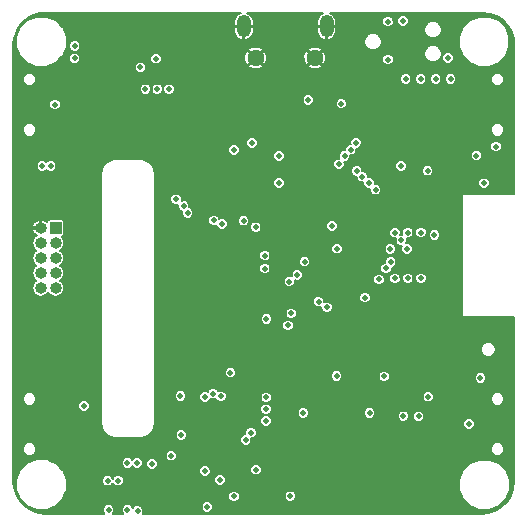
<source format=gbr>
G04 #@! TF.GenerationSoftware,KiCad,Pcbnew,5.0.2+dfsg1-1*
G04 #@! TF.CreationDate,2020-12-10T00:07:48-08:00*
G04 #@! TF.ProjectId,chronopy,6368726f-6e6f-4707-992e-6b696361645f,rev?*
G04 #@! TF.SameCoordinates,Original*
G04 #@! TF.FileFunction,Copper,L2,Inr*
G04 #@! TF.FilePolarity,Positive*
%FSLAX46Y46*%
G04 Gerber Fmt 4.6, Leading zero omitted, Abs format (unit mm)*
G04 Created by KiCad (PCBNEW 5.0.2+dfsg1-1) date Thu 10 Dec 2020 12:07:48 AM PST*
%MOMM*%
%LPD*%
G01*
G04 APERTURE LIST*
G04 #@! TA.AperFunction,ViaPad*
%ADD10R,1.000000X1.000000*%
G04 #@! TD*
G04 #@! TA.AperFunction,ViaPad*
%ADD11O,1.000000X1.000000*%
G04 #@! TD*
G04 #@! TA.AperFunction,ViaPad*
%ADD12C,1.450000*%
G04 #@! TD*
G04 #@! TA.AperFunction,ViaPad*
%ADD13O,1.200000X1.900000*%
G04 #@! TD*
G04 #@! TA.AperFunction,ViaPad*
%ADD14C,0.508000*%
G04 #@! TD*
G04 #@! TA.AperFunction,Conductor*
%ADD15C,0.152400*%
G04 #@! TD*
G04 APERTURE END LIST*
D10*
G04 #@! TO.N,+3V0*
G04 #@! TO.C,J6*
X102636553Y-94528720D03*
D11*
G04 #@! TO.N,GND*
X101366553Y-94528720D03*
G04 #@! TO.N,GPIO0_7*
X102636553Y-95798720D03*
G04 #@! TO.N,GPIO0_15*
X101366553Y-95798720D03*
G04 #@! TO.N,GPIO0_6*
X102636553Y-97068720D03*
G04 #@! TO.N,GPIO0_19*
X101366553Y-97068720D03*
G04 #@! TO.N,GPIO0_5*
X102636553Y-98338720D03*
G04 #@! TO.N,GPIO0_21*
X101366553Y-98338720D03*
G04 #@! TO.N,GPIO0_4*
X102636553Y-99608720D03*
G04 #@! TO.N,GPIO0_24*
X101366553Y-99608720D03*
G04 #@! TD*
D12*
G04 #@! TO.N,GND*
G04 #@! TO.C,J1*
X119575000Y-80137500D03*
X124575000Y-80137500D03*
D13*
X118575000Y-77437500D03*
X125575000Y-77437500D03*
G04 #@! TD*
D14*
G04 #@! TO.N,+BATT*
X126825000Y-84000000D03*
X124025000Y-83675000D03*
G04 #@! TO.N,CHGSTAT*
X111132154Y-80196754D03*
X126642354Y-89126319D03*
G04 #@! TO.N,GND*
X129334994Y-106230000D03*
X130535000Y-106250000D03*
X115089035Y-76613273D03*
X138025000Y-104820000D03*
X140475000Y-104830000D03*
X139245000Y-103600000D03*
X139245000Y-106057400D03*
X110459035Y-118493673D03*
X117075000Y-113640000D03*
X115787600Y-113640000D03*
X114305000Y-113080000D03*
X114295000Y-112440000D03*
X111655000Y-109380000D03*
X111655000Y-110370000D03*
X111655000Y-111370000D03*
X111635000Y-112800000D03*
X124985000Y-118000000D03*
X125288400Y-116031400D03*
X125288400Y-113881400D03*
X106229035Y-115253673D03*
X136836954Y-91700000D03*
X136195000Y-95200000D03*
X136205000Y-98500000D03*
X136836954Y-101930000D03*
X135745000Y-101940000D03*
X134655000Y-101940000D03*
X129625000Y-99590000D03*
X130525000Y-95750000D03*
X128045000Y-91769800D03*
X116995000Y-84820000D03*
X112898800Y-79313400D03*
X112038800Y-79323400D03*
X112898800Y-78543400D03*
X112028800Y-78553400D03*
X112215000Y-85500000D03*
X111205000Y-85520000D03*
X110235000Y-85520000D03*
X118600000Y-108000000D03*
X128124998Y-85599998D03*
X118452354Y-91786319D03*
X116032354Y-95786319D03*
X116032354Y-90796319D03*
X119182354Y-91776319D03*
X115622354Y-94486319D03*
X116032354Y-95086319D03*
X118089964Y-99256319D03*
X118089964Y-103746319D03*
X122552352Y-100226319D03*
X107935354Y-118406319D03*
X120592354Y-118136319D03*
X133282354Y-117966319D03*
X135942354Y-107216319D03*
X131622354Y-88076319D03*
X128055000Y-101978929D03*
X105042354Y-110615319D03*
X116455000Y-87633709D03*
X114789744Y-116887477D03*
X106814154Y-79839519D03*
X108515954Y-80372919D03*
X104274154Y-82125519D03*
X104243380Y-77020129D03*
X102597754Y-109913119D03*
X102597754Y-112376919D03*
X102597754Y-85300519D03*
X102597754Y-82862119D03*
X137802154Y-109913119D03*
X137802154Y-112351519D03*
X133306354Y-76994719D03*
X137903764Y-82862119D03*
X137903764Y-85300519D03*
X139757954Y-89059719D03*
X108414344Y-77121719D03*
G04 #@! TO.N,SW_B*
X112425000Y-113810000D03*
X122422354Y-99066319D03*
G04 #@! TO.N,SW_A*
X137624354Y-111132319D03*
G04 #@! TO.N,+3V0*
X108719035Y-118393674D03*
X107119035Y-118403673D03*
X122505000Y-117240000D03*
X120462354Y-110876319D03*
X120462354Y-109876319D03*
X120472354Y-108876319D03*
X117432354Y-106776319D03*
X115982354Y-108546319D03*
X113272354Y-112066319D03*
X122322354Y-102776319D03*
X128832354Y-100426319D03*
X116032354Y-93886319D03*
X116712354Y-94186319D03*
X110242354Y-82786319D03*
X111242354Y-82786319D03*
X112242354Y-82786319D03*
X136072354Y-81916319D03*
X105042354Y-109605319D03*
X126422354Y-107066319D03*
X134182354Y-108816319D03*
X107035354Y-115926319D03*
X115472354Y-118156319D03*
X138602354Y-107216319D03*
X126452354Y-96286319D03*
X113202354Y-108746319D03*
X110780625Y-114501390D03*
X121546154Y-90710719D03*
X109811354Y-80931719D03*
X129216954Y-110192519D03*
X123603554Y-110192519D03*
X130461554Y-107093719D03*
X139910354Y-87637319D03*
X130766354Y-77045523D03*
X138894354Y-90736119D03*
G04 #@! TO.N,LCD_DC*
X130970000Y-96316400D03*
X112822354Y-92096319D03*
G04 #@! TO.N,LCD_CLK*
X126042400Y-94360600D03*
X119572354Y-94466741D03*
G04 #@! TO.N,LCD_MOSI*
X113469951Y-92654556D03*
X128592354Y-90186317D03*
G04 #@! TO.N,LCD_RST*
X113812331Y-93256319D03*
X129152354Y-90706319D03*
G04 #@! TO.N,LCD_CS*
X129725400Y-91287200D03*
X118542354Y-93916319D03*
G04 #@! TO.N,QSPI_CLK*
X133545000Y-81920000D03*
X132445000Y-94920000D03*
G04 #@! TO.N,QSPI_DIO0*
X132275000Y-81910000D03*
X131355000Y-94930000D03*
G04 #@! TO.N,~RESET*
X134125000Y-89680000D03*
X132061753Y-76994718D03*
G04 #@! TO.N,QSPI_DIO3*
X134815000Y-81920000D03*
X133555000Y-94920000D03*
G04 #@! TO.N,SWDIO*
X130766354Y-80271319D03*
X135846354Y-80144323D03*
G04 #@! TO.N,ACC_INT*
X132445000Y-98790000D03*
X119175000Y-111860000D03*
G04 #@! TO.N,GES_INT*
X119605000Y-115000000D03*
G04 #@! TO.N,ACC_AG_NT*
X118735000Y-112470000D03*
X133555000Y-98790000D03*
G04 #@! TO.N,IIC_SCL*
X132075000Y-110470000D03*
X115285000Y-108820000D03*
X122582344Y-101756319D03*
X123092354Y-98496319D03*
X115272354Y-115086319D03*
X104243398Y-80169719D03*
X102216754Y-89262919D03*
X109531954Y-114408919D03*
G04 #@! TO.N,IIC_SDA*
X116546700Y-115861700D03*
X133365000Y-110480000D03*
X116645000Y-108780000D03*
X120482356Y-102248919D03*
X123712354Y-97376319D03*
X104248457Y-79102919D03*
X101505554Y-89262919D03*
X108719154Y-114408919D03*
G04 #@! TO.N,Net-(C13-Pad1)*
X117745000Y-117260000D03*
G04 #@! TO.N,Net-(R16-Pad1)*
X109569035Y-118493673D03*
G04 #@! TO.N,Net-(R15-Pad1)*
X107929035Y-115923673D03*
G04 #@! TO.N,SW_C*
X127100000Y-88425000D03*
X121546154Y-88425000D03*
X102597754Y-84081319D03*
G04 #@! TO.N,SW_D*
X134703354Y-95130319D03*
X138259354Y-88399319D03*
G04 #@! TO.N,BATVSENSE*
X131900000Y-95575000D03*
X131882354Y-89286319D03*
G04 #@! TO.N,TS_INT*
X131352354Y-98796319D03*
X125602354Y-101246319D03*
G04 #@! TO.N,TS_RST*
X130592354Y-97946319D03*
X124892354Y-100756319D03*
G04 #@! TO.N,GPIO0_4*
X130002354Y-98886319D03*
G04 #@! TO.N,GPIO0_15*
X128124957Y-89703716D03*
G04 #@! TO.N,GPIO0_5*
X120334954Y-97966319D03*
G04 #@! TO.N,GPIO0_19*
X128082354Y-87316319D03*
X119262354Y-87316317D03*
G04 #@! TO.N,GPIO0_6*
X131002354Y-97396319D03*
G04 #@! TO.N,GPIO0_21*
X127622354Y-87906319D03*
X117742354Y-87916319D03*
G04 #@! TO.N,GPIO0_7*
X120334954Y-96866319D03*
G04 #@! TO.N,GPIO0_24*
X132382600Y-96316319D03*
G04 #@! TD*
D15*
G04 #@! TO.N,GND*
G36*
X118025013Y-76465670D02*
X117828914Y-76723475D01*
X117746400Y-77036700D01*
X117746400Y-77386700D01*
X118524200Y-77386700D01*
X118524200Y-77366700D01*
X118625800Y-77366700D01*
X118625800Y-77386700D01*
X119403600Y-77386700D01*
X119403600Y-77036700D01*
X119321086Y-76723475D01*
X119124987Y-76465670D01*
X118857827Y-76309919D01*
X125292173Y-76309919D01*
X125025013Y-76465670D01*
X124828914Y-76723475D01*
X124746400Y-77036700D01*
X124746400Y-77386700D01*
X125524200Y-77386700D01*
X125524200Y-77366700D01*
X125625800Y-77366700D01*
X125625800Y-77386700D01*
X126403600Y-77386700D01*
X126403600Y-77036700D01*
X126380636Y-76949528D01*
X130283754Y-76949528D01*
X130283754Y-77141518D01*
X130357225Y-77318894D01*
X130492983Y-77454652D01*
X130670359Y-77528123D01*
X130862349Y-77528123D01*
X131039725Y-77454652D01*
X131175483Y-77318894D01*
X131248954Y-77141518D01*
X131248954Y-76949528D01*
X131227911Y-76898723D01*
X131579153Y-76898723D01*
X131579153Y-77090713D01*
X131652624Y-77268089D01*
X131788382Y-77403847D01*
X131965758Y-77477318D01*
X132157748Y-77477318D01*
X132335124Y-77403847D01*
X132470882Y-77268089D01*
X132544353Y-77090713D01*
X132544353Y-76898723D01*
X132470882Y-76721347D01*
X132335124Y-76585589D01*
X132157748Y-76512118D01*
X131965758Y-76512118D01*
X131788382Y-76585589D01*
X131652624Y-76721347D01*
X131579153Y-76898723D01*
X131227911Y-76898723D01*
X131175483Y-76772152D01*
X131039725Y-76636394D01*
X130862349Y-76562923D01*
X130670359Y-76562923D01*
X130492983Y-76636394D01*
X130357225Y-76772152D01*
X130283754Y-76949528D01*
X126380636Y-76949528D01*
X126321086Y-76723475D01*
X126124987Y-76465670D01*
X125857827Y-76309919D01*
X138744719Y-76309919D01*
X139382186Y-76384240D01*
X139968770Y-76597160D01*
X140490642Y-76939315D01*
X140919799Y-77392343D01*
X141233230Y-77931954D01*
X141415320Y-78533168D01*
X141458755Y-79019851D01*
X141458755Y-91663800D01*
X137095000Y-91663800D01*
X137065840Y-91669600D01*
X137041118Y-91686118D01*
X137024600Y-91710840D01*
X137018800Y-91740000D01*
X137018800Y-101970000D01*
X137024600Y-101999160D01*
X137041118Y-102023882D01*
X137065840Y-102040400D01*
X137095000Y-102046200D01*
X141458754Y-102046200D01*
X141458754Y-115988684D01*
X141384433Y-116626151D01*
X141171513Y-117212736D01*
X140829361Y-117734604D01*
X140376330Y-118163764D01*
X139836719Y-118477195D01*
X139235505Y-118659285D01*
X138748834Y-118702719D01*
X110004808Y-118702719D01*
X110051635Y-118589668D01*
X110051635Y-118397678D01*
X109978164Y-118220302D01*
X109842406Y-118084544D01*
X109783934Y-118060324D01*
X114989754Y-118060324D01*
X114989754Y-118252314D01*
X115063225Y-118429690D01*
X115198983Y-118565448D01*
X115376359Y-118638919D01*
X115568349Y-118638919D01*
X115745725Y-118565448D01*
X115881483Y-118429690D01*
X115954954Y-118252314D01*
X115954954Y-118060324D01*
X115881483Y-117882948D01*
X115745725Y-117747190D01*
X115568349Y-117673719D01*
X115376359Y-117673719D01*
X115198983Y-117747190D01*
X115063225Y-117882948D01*
X114989754Y-118060324D01*
X109783934Y-118060324D01*
X109665030Y-118011073D01*
X109473040Y-118011073D01*
X109295664Y-118084544D01*
X109166750Y-118213458D01*
X109128164Y-118120303D01*
X108992406Y-117984545D01*
X108815030Y-117911074D01*
X108623040Y-117911074D01*
X108445664Y-117984545D01*
X108309906Y-118120303D01*
X108236435Y-118297679D01*
X108236435Y-118489669D01*
X108309906Y-118667045D01*
X108345580Y-118702719D01*
X107502489Y-118702719D01*
X107528164Y-118677044D01*
X107601635Y-118499668D01*
X107601635Y-118307678D01*
X107528164Y-118130302D01*
X107392406Y-117994544D01*
X107215030Y-117921073D01*
X107023040Y-117921073D01*
X106845664Y-117994544D01*
X106709906Y-118130302D01*
X106636435Y-118307678D01*
X106636435Y-118499668D01*
X106709906Y-118677044D01*
X106735581Y-118702719D01*
X101779989Y-118702719D01*
X101142522Y-118628398D01*
X100555937Y-118415478D01*
X100034069Y-118073326D01*
X99604909Y-117620295D01*
X99291478Y-117080684D01*
X99109388Y-116479470D01*
X99065954Y-115992799D01*
X99065954Y-115830172D01*
X99317800Y-115830172D01*
X99317800Y-116676028D01*
X99641494Y-117457496D01*
X100239604Y-118055606D01*
X101021072Y-118379300D01*
X101866928Y-118379300D01*
X102648396Y-118055606D01*
X103246506Y-117457496D01*
X103368073Y-117164005D01*
X117262400Y-117164005D01*
X117262400Y-117355995D01*
X117335871Y-117533371D01*
X117471629Y-117669129D01*
X117649005Y-117742600D01*
X117840995Y-117742600D01*
X118018371Y-117669129D01*
X118154129Y-117533371D01*
X118227600Y-117355995D01*
X118227600Y-117164005D01*
X118219316Y-117144005D01*
X122022400Y-117144005D01*
X122022400Y-117335995D01*
X122095871Y-117513371D01*
X122231629Y-117649129D01*
X122409005Y-117722600D01*
X122600995Y-117722600D01*
X122778371Y-117649129D01*
X122914129Y-117513371D01*
X122987600Y-117335995D01*
X122987600Y-117144005D01*
X122914129Y-116966629D01*
X122778371Y-116830871D01*
X122600995Y-116757400D01*
X122409005Y-116757400D01*
X122231629Y-116830871D01*
X122095871Y-116966629D01*
X122022400Y-117144005D01*
X118219316Y-117144005D01*
X118154129Y-116986629D01*
X118018371Y-116850871D01*
X117840995Y-116777400D01*
X117649005Y-116777400D01*
X117471629Y-116850871D01*
X117335871Y-116986629D01*
X117262400Y-117164005D01*
X103368073Y-117164005D01*
X103570200Y-116676028D01*
X103570200Y-115830324D01*
X106552754Y-115830324D01*
X106552754Y-116022314D01*
X106626225Y-116199690D01*
X106761983Y-116335448D01*
X106939359Y-116408919D01*
X107131349Y-116408919D01*
X107308725Y-116335448D01*
X107444483Y-116199690D01*
X107482743Y-116107323D01*
X107519906Y-116197044D01*
X107655664Y-116332802D01*
X107833040Y-116406273D01*
X108025030Y-116406273D01*
X108202406Y-116332802D01*
X108338164Y-116197044D01*
X108411635Y-116019668D01*
X108411635Y-115827678D01*
X108385966Y-115765705D01*
X116064100Y-115765705D01*
X116064100Y-115957695D01*
X116137571Y-116135071D01*
X116273329Y-116270829D01*
X116450705Y-116344300D01*
X116642695Y-116344300D01*
X116820071Y-116270829D01*
X116955829Y-116135071D01*
X117029300Y-115957695D01*
X117029300Y-115832712D01*
X136815820Y-115832712D01*
X136815820Y-116678568D01*
X137139514Y-117460036D01*
X137737624Y-118058146D01*
X138519092Y-118381840D01*
X139364948Y-118381840D01*
X140146416Y-118058146D01*
X140744526Y-117460036D01*
X141068220Y-116678568D01*
X141068220Y-115832712D01*
X140744526Y-115051244D01*
X140146416Y-114453134D01*
X139364948Y-114129440D01*
X138519092Y-114129440D01*
X137737624Y-114453134D01*
X137139514Y-115051244D01*
X136815820Y-115832712D01*
X117029300Y-115832712D01*
X117029300Y-115765705D01*
X116955829Y-115588329D01*
X116820071Y-115452571D01*
X116642695Y-115379100D01*
X116450705Y-115379100D01*
X116273329Y-115452571D01*
X116137571Y-115588329D01*
X116064100Y-115765705D01*
X108385966Y-115765705D01*
X108338164Y-115650302D01*
X108202406Y-115514544D01*
X108025030Y-115441073D01*
X107833040Y-115441073D01*
X107655664Y-115514544D01*
X107519906Y-115650302D01*
X107481646Y-115742669D01*
X107444483Y-115652948D01*
X107308725Y-115517190D01*
X107131349Y-115443719D01*
X106939359Y-115443719D01*
X106761983Y-115517190D01*
X106626225Y-115652948D01*
X106552754Y-115830324D01*
X103570200Y-115830324D01*
X103570200Y-115830172D01*
X103246506Y-115048704D01*
X103188126Y-114990324D01*
X114789754Y-114990324D01*
X114789754Y-115182314D01*
X114863225Y-115359690D01*
X114998983Y-115495448D01*
X115176359Y-115568919D01*
X115368349Y-115568919D01*
X115545725Y-115495448D01*
X115681483Y-115359690D01*
X115754954Y-115182314D01*
X115754954Y-114990324D01*
X115719200Y-114904005D01*
X119122400Y-114904005D01*
X119122400Y-115095995D01*
X119195871Y-115273371D01*
X119331629Y-115409129D01*
X119509005Y-115482600D01*
X119700995Y-115482600D01*
X119878371Y-115409129D01*
X120014129Y-115273371D01*
X120087600Y-115095995D01*
X120087600Y-114904005D01*
X120014129Y-114726629D01*
X119878371Y-114590871D01*
X119700995Y-114517400D01*
X119509005Y-114517400D01*
X119331629Y-114590871D01*
X119195871Y-114726629D01*
X119122400Y-114904005D01*
X115719200Y-114904005D01*
X115681483Y-114812948D01*
X115545725Y-114677190D01*
X115368349Y-114603719D01*
X115176359Y-114603719D01*
X114998983Y-114677190D01*
X114863225Y-114812948D01*
X114789754Y-114990324D01*
X103188126Y-114990324D01*
X102648396Y-114450594D01*
X102316031Y-114312924D01*
X108236554Y-114312924D01*
X108236554Y-114504914D01*
X108310025Y-114682290D01*
X108445783Y-114818048D01*
X108623159Y-114891519D01*
X108815149Y-114891519D01*
X108992525Y-114818048D01*
X109125554Y-114685019D01*
X109258583Y-114818048D01*
X109435959Y-114891519D01*
X109627949Y-114891519D01*
X109805325Y-114818048D01*
X109941083Y-114682290D01*
X110014554Y-114504914D01*
X110014554Y-114405395D01*
X110298025Y-114405395D01*
X110298025Y-114597385D01*
X110371496Y-114774761D01*
X110507254Y-114910519D01*
X110684630Y-114983990D01*
X110876620Y-114983990D01*
X111053996Y-114910519D01*
X111189754Y-114774761D01*
X111263225Y-114597385D01*
X111263225Y-114405395D01*
X111189754Y-114228019D01*
X111053996Y-114092261D01*
X110876620Y-114018790D01*
X110684630Y-114018790D01*
X110507254Y-114092261D01*
X110371496Y-114228019D01*
X110298025Y-114405395D01*
X110014554Y-114405395D01*
X110014554Y-114312924D01*
X109941083Y-114135548D01*
X109805325Y-113999790D01*
X109627949Y-113926319D01*
X109435959Y-113926319D01*
X109258583Y-113999790D01*
X109125554Y-114132819D01*
X108992525Y-113999790D01*
X108815149Y-113926319D01*
X108623159Y-113926319D01*
X108445783Y-113999790D01*
X108310025Y-114135548D01*
X108236554Y-114312924D01*
X102316031Y-114312924D01*
X101866928Y-114126900D01*
X101021072Y-114126900D01*
X100239604Y-114450594D01*
X99641494Y-115048704D01*
X99317800Y-115830172D01*
X99065954Y-115830172D01*
X99065954Y-113142228D01*
X99834754Y-113142228D01*
X99834754Y-113372410D01*
X99922841Y-113585069D01*
X100085604Y-113747832D01*
X100298263Y-113835919D01*
X100528445Y-113835919D01*
X100741104Y-113747832D01*
X100774931Y-113714005D01*
X111942400Y-113714005D01*
X111942400Y-113905995D01*
X112015871Y-114083371D01*
X112151629Y-114219129D01*
X112329005Y-114292600D01*
X112520995Y-114292600D01*
X112698371Y-114219129D01*
X112834129Y-114083371D01*
X112907600Y-113905995D01*
X112907600Y-113714005D01*
X112834129Y-113536629D01*
X112698371Y-113400871D01*
X112520995Y-113327400D01*
X112329005Y-113327400D01*
X112151629Y-113400871D01*
X112015871Y-113536629D01*
X111942400Y-113714005D01*
X100774931Y-113714005D01*
X100903867Y-113585069D01*
X100991954Y-113372410D01*
X100991954Y-113142228D01*
X139458754Y-113142228D01*
X139458754Y-113372410D01*
X139546841Y-113585069D01*
X139709604Y-113747832D01*
X139922263Y-113835919D01*
X140152445Y-113835919D01*
X140365104Y-113747832D01*
X140527867Y-113585069D01*
X140615954Y-113372410D01*
X140615954Y-113142228D01*
X140527867Y-112929569D01*
X140365104Y-112766806D01*
X140152445Y-112678719D01*
X139922263Y-112678719D01*
X139709604Y-112766806D01*
X139546841Y-112929569D01*
X139458754Y-113142228D01*
X100991954Y-113142228D01*
X100903867Y-112929569D01*
X100741104Y-112766806D01*
X100528445Y-112678719D01*
X100298263Y-112678719D01*
X100085604Y-112766806D01*
X99922841Y-112929569D01*
X99834754Y-113142228D01*
X99065954Y-113142228D01*
X99065954Y-108892228D01*
X99834754Y-108892228D01*
X99834754Y-109122410D01*
X99922841Y-109335069D01*
X100085604Y-109497832D01*
X100298263Y-109585919D01*
X100528445Y-109585919D01*
X100713360Y-109509324D01*
X104559754Y-109509324D01*
X104559754Y-109701314D01*
X104633225Y-109878690D01*
X104768983Y-110014448D01*
X104946359Y-110087919D01*
X105138349Y-110087919D01*
X105315725Y-110014448D01*
X105451483Y-109878690D01*
X105524954Y-109701314D01*
X105524954Y-109509324D01*
X105451483Y-109331948D01*
X105315725Y-109196190D01*
X105138349Y-109122719D01*
X104946359Y-109122719D01*
X104768983Y-109196190D01*
X104633225Y-109331948D01*
X104559754Y-109509324D01*
X100713360Y-109509324D01*
X100741104Y-109497832D01*
X100903867Y-109335069D01*
X100991954Y-109122410D01*
X100991954Y-108892228D01*
X100903867Y-108679569D01*
X100741104Y-108516806D01*
X100528445Y-108428719D01*
X100298263Y-108428719D01*
X100085604Y-108516806D01*
X99922841Y-108679569D01*
X99834754Y-108892228D01*
X99065954Y-108892228D01*
X99065954Y-95798720D01*
X100623679Y-95798720D01*
X100680227Y-96083006D01*
X100841262Y-96324011D01*
X101005453Y-96433720D01*
X100841262Y-96543429D01*
X100680227Y-96784434D01*
X100623679Y-97068720D01*
X100680227Y-97353006D01*
X100841262Y-97594011D01*
X101005453Y-97703720D01*
X100841262Y-97813429D01*
X100680227Y-98054434D01*
X100623679Y-98338720D01*
X100680227Y-98623006D01*
X100841262Y-98864011D01*
X101005453Y-98973720D01*
X100841262Y-99083429D01*
X100680227Y-99324434D01*
X100623679Y-99608720D01*
X100680227Y-99893006D01*
X100841262Y-100134011D01*
X101082267Y-100295046D01*
X101294793Y-100337320D01*
X101438313Y-100337320D01*
X101650839Y-100295046D01*
X101891844Y-100134011D01*
X102001553Y-99969820D01*
X102111262Y-100134011D01*
X102352267Y-100295046D01*
X102564793Y-100337320D01*
X102708313Y-100337320D01*
X102920839Y-100295046D01*
X103161844Y-100134011D01*
X103322879Y-99893006D01*
X103379427Y-99608720D01*
X103322879Y-99324434D01*
X103161844Y-99083429D01*
X102997653Y-98973720D01*
X103161844Y-98864011D01*
X103322879Y-98623006D01*
X103379427Y-98338720D01*
X103322879Y-98054434D01*
X103161844Y-97813429D01*
X102997653Y-97703720D01*
X103161844Y-97594011D01*
X103322879Y-97353006D01*
X103379427Y-97068720D01*
X103322879Y-96784434D01*
X103161844Y-96543429D01*
X102997653Y-96433720D01*
X103161844Y-96324011D01*
X103322879Y-96083006D01*
X103379427Y-95798720D01*
X103322879Y-95514434D01*
X103161844Y-95273429D01*
X103142628Y-95260590D01*
X103225748Y-95244056D01*
X103301364Y-95193531D01*
X103351889Y-95117915D01*
X103369631Y-95028720D01*
X103369631Y-94028720D01*
X103351889Y-93939525D01*
X103301364Y-93863909D01*
X103225748Y-93813384D01*
X103136553Y-93795642D01*
X102136553Y-93795642D01*
X102047358Y-93813384D01*
X101971742Y-93863909D01*
X101921217Y-93939525D01*
X101903475Y-94028720D01*
X101903475Y-94056538D01*
X101789638Y-93935534D01*
X101530430Y-93818780D01*
X101417353Y-93859035D01*
X101417353Y-94477920D01*
X101437353Y-94477920D01*
X101437353Y-94579520D01*
X101417353Y-94579520D01*
X101417353Y-94599520D01*
X101315753Y-94599520D01*
X101315753Y-94579520D01*
X100697027Y-94579520D01*
X100656621Y-94692595D01*
X100748671Y-94914845D01*
X100943468Y-95121906D01*
X101017874Y-95155420D01*
X100841262Y-95273429D01*
X100680227Y-95514434D01*
X100623679Y-95798720D01*
X99065954Y-95798720D01*
X99065954Y-94364845D01*
X100656621Y-94364845D01*
X100697027Y-94477920D01*
X101315753Y-94477920D01*
X101315753Y-93859035D01*
X101202676Y-93818780D01*
X100943468Y-93935534D01*
X100748671Y-94142595D01*
X100656621Y-94364845D01*
X99065954Y-94364845D01*
X99065954Y-89976422D01*
X106458754Y-89976422D01*
X106458755Y-111036217D01*
X106464588Y-111065541D01*
X106464588Y-111065548D01*
X106540707Y-111448226D01*
X106540707Y-111448231D01*
X106586040Y-111557673D01*
X106802813Y-111882097D01*
X106886576Y-111965860D01*
X107211000Y-112182633D01*
X107320442Y-112227966D01*
X107320447Y-112227966D01*
X107703125Y-112304085D01*
X107703127Y-112304085D01*
X107732456Y-112309919D01*
X109792252Y-112309919D01*
X109821581Y-112304085D01*
X109821583Y-112304085D01*
X110204261Y-112227966D01*
X110204266Y-112227966D01*
X110313708Y-112182633D01*
X110631451Y-111970324D01*
X112789754Y-111970324D01*
X112789754Y-112162314D01*
X112863225Y-112339690D01*
X112998983Y-112475448D01*
X113176359Y-112548919D01*
X113368349Y-112548919D01*
X113545725Y-112475448D01*
X113647168Y-112374005D01*
X118252400Y-112374005D01*
X118252400Y-112565995D01*
X118325871Y-112743371D01*
X118461629Y-112879129D01*
X118639005Y-112952600D01*
X118830995Y-112952600D01*
X119008371Y-112879129D01*
X119144129Y-112743371D01*
X119217600Y-112565995D01*
X119217600Y-112374005D01*
X119204592Y-112342600D01*
X119270995Y-112342600D01*
X119448371Y-112269129D01*
X119584129Y-112133371D01*
X119657600Y-111955995D01*
X119657600Y-111764005D01*
X119584129Y-111586629D01*
X119448371Y-111450871D01*
X119270995Y-111377400D01*
X119079005Y-111377400D01*
X118901629Y-111450871D01*
X118765871Y-111586629D01*
X118692400Y-111764005D01*
X118692400Y-111955995D01*
X118705408Y-111987400D01*
X118639005Y-111987400D01*
X118461629Y-112060871D01*
X118325871Y-112196629D01*
X118252400Y-112374005D01*
X113647168Y-112374005D01*
X113681483Y-112339690D01*
X113754954Y-112162314D01*
X113754954Y-111970324D01*
X113681483Y-111792948D01*
X113545725Y-111657190D01*
X113368349Y-111583719D01*
X113176359Y-111583719D01*
X112998983Y-111657190D01*
X112863225Y-111792948D01*
X112789754Y-111970324D01*
X110631451Y-111970324D01*
X110638132Y-111965860D01*
X110721895Y-111882097D01*
X110938668Y-111557673D01*
X110984001Y-111448231D01*
X110984001Y-111448226D01*
X111060120Y-111065548D01*
X111060120Y-111065546D01*
X111065954Y-111036217D01*
X111065954Y-110780324D01*
X119979754Y-110780324D01*
X119979754Y-110972314D01*
X120053225Y-111149690D01*
X120188983Y-111285448D01*
X120366359Y-111358919D01*
X120558349Y-111358919D01*
X120735725Y-111285448D01*
X120871483Y-111149690D01*
X120918440Y-111036324D01*
X137141754Y-111036324D01*
X137141754Y-111228314D01*
X137215225Y-111405690D01*
X137350983Y-111541448D01*
X137528359Y-111614919D01*
X137720349Y-111614919D01*
X137897725Y-111541448D01*
X138033483Y-111405690D01*
X138106954Y-111228314D01*
X138106954Y-111036324D01*
X138033483Y-110858948D01*
X137897725Y-110723190D01*
X137720349Y-110649719D01*
X137528359Y-110649719D01*
X137350983Y-110723190D01*
X137215225Y-110858948D01*
X137141754Y-111036324D01*
X120918440Y-111036324D01*
X120944954Y-110972314D01*
X120944954Y-110780324D01*
X120871483Y-110602948D01*
X120735725Y-110467190D01*
X120558349Y-110393719D01*
X120366359Y-110393719D01*
X120188983Y-110467190D01*
X120053225Y-110602948D01*
X119979754Y-110780324D01*
X111065954Y-110780324D01*
X111065954Y-109780324D01*
X119979754Y-109780324D01*
X119979754Y-109972314D01*
X120053225Y-110149690D01*
X120188983Y-110285448D01*
X120366359Y-110358919D01*
X120558349Y-110358919D01*
X120735725Y-110285448D01*
X120871483Y-110149690D01*
X120893504Y-110096524D01*
X123120954Y-110096524D01*
X123120954Y-110288514D01*
X123194425Y-110465890D01*
X123330183Y-110601648D01*
X123507559Y-110675119D01*
X123699549Y-110675119D01*
X123876925Y-110601648D01*
X124012683Y-110465890D01*
X124086154Y-110288514D01*
X124086154Y-110096524D01*
X128734354Y-110096524D01*
X128734354Y-110288514D01*
X128807825Y-110465890D01*
X128943583Y-110601648D01*
X129120959Y-110675119D01*
X129312949Y-110675119D01*
X129490325Y-110601648D01*
X129626083Y-110465890D01*
X129664142Y-110374005D01*
X131592400Y-110374005D01*
X131592400Y-110565995D01*
X131665871Y-110743371D01*
X131801629Y-110879129D01*
X131979005Y-110952600D01*
X132170995Y-110952600D01*
X132348371Y-110879129D01*
X132484129Y-110743371D01*
X132557600Y-110565995D01*
X132557600Y-110384005D01*
X132882400Y-110384005D01*
X132882400Y-110575995D01*
X132955871Y-110753371D01*
X133091629Y-110889129D01*
X133269005Y-110962600D01*
X133460995Y-110962600D01*
X133638371Y-110889129D01*
X133774129Y-110753371D01*
X133847600Y-110575995D01*
X133847600Y-110384005D01*
X133774129Y-110206629D01*
X133638371Y-110070871D01*
X133460995Y-109997400D01*
X133269005Y-109997400D01*
X133091629Y-110070871D01*
X132955871Y-110206629D01*
X132882400Y-110384005D01*
X132557600Y-110384005D01*
X132557600Y-110374005D01*
X132484129Y-110196629D01*
X132348371Y-110060871D01*
X132170995Y-109987400D01*
X131979005Y-109987400D01*
X131801629Y-110060871D01*
X131665871Y-110196629D01*
X131592400Y-110374005D01*
X129664142Y-110374005D01*
X129699554Y-110288514D01*
X129699554Y-110096524D01*
X129626083Y-109919148D01*
X129490325Y-109783390D01*
X129312949Y-109709919D01*
X129120959Y-109709919D01*
X128943583Y-109783390D01*
X128807825Y-109919148D01*
X128734354Y-110096524D01*
X124086154Y-110096524D01*
X124012683Y-109919148D01*
X123876925Y-109783390D01*
X123699549Y-109709919D01*
X123507559Y-109709919D01*
X123330183Y-109783390D01*
X123194425Y-109919148D01*
X123120954Y-110096524D01*
X120893504Y-110096524D01*
X120944954Y-109972314D01*
X120944954Y-109780324D01*
X120871483Y-109602948D01*
X120735725Y-109467190D01*
X120558349Y-109393719D01*
X120366359Y-109393719D01*
X120188983Y-109467190D01*
X120053225Y-109602948D01*
X119979754Y-109780324D01*
X111065954Y-109780324D01*
X111065954Y-108650324D01*
X112719754Y-108650324D01*
X112719754Y-108842314D01*
X112793225Y-109019690D01*
X112928983Y-109155448D01*
X113106359Y-109228919D01*
X113298349Y-109228919D01*
X113475725Y-109155448D01*
X113611483Y-109019690D01*
X113684954Y-108842314D01*
X113684954Y-108724005D01*
X114802400Y-108724005D01*
X114802400Y-108915995D01*
X114875871Y-109093371D01*
X115011629Y-109229129D01*
X115189005Y-109302600D01*
X115380995Y-109302600D01*
X115558371Y-109229129D01*
X115694129Y-109093371D01*
X115745067Y-108970394D01*
X115886359Y-109028919D01*
X116078349Y-109028919D01*
X116204158Y-108976808D01*
X116235871Y-109053371D01*
X116371629Y-109189129D01*
X116549005Y-109262600D01*
X116740995Y-109262600D01*
X116918371Y-109189129D01*
X117054129Y-109053371D01*
X117127600Y-108875995D01*
X117127600Y-108780324D01*
X119989754Y-108780324D01*
X119989754Y-108972314D01*
X120063225Y-109149690D01*
X120198983Y-109285448D01*
X120376359Y-109358919D01*
X120568349Y-109358919D01*
X120745725Y-109285448D01*
X120881483Y-109149690D01*
X120954954Y-108972314D01*
X120954954Y-108780324D01*
X120930102Y-108720324D01*
X133699754Y-108720324D01*
X133699754Y-108912314D01*
X133773225Y-109089690D01*
X133908983Y-109225448D01*
X134086359Y-109298919D01*
X134278349Y-109298919D01*
X134455725Y-109225448D01*
X134591483Y-109089690D01*
X134664954Y-108912314D01*
X134664954Y-108892228D01*
X139458754Y-108892228D01*
X139458754Y-109122410D01*
X139546841Y-109335069D01*
X139709604Y-109497832D01*
X139922263Y-109585919D01*
X140152445Y-109585919D01*
X140365104Y-109497832D01*
X140527867Y-109335069D01*
X140615954Y-109122410D01*
X140615954Y-108892228D01*
X140527867Y-108679569D01*
X140365104Y-108516806D01*
X140152445Y-108428719D01*
X139922263Y-108428719D01*
X139709604Y-108516806D01*
X139546841Y-108679569D01*
X139458754Y-108892228D01*
X134664954Y-108892228D01*
X134664954Y-108720324D01*
X134591483Y-108542948D01*
X134455725Y-108407190D01*
X134278349Y-108333719D01*
X134086359Y-108333719D01*
X133908983Y-108407190D01*
X133773225Y-108542948D01*
X133699754Y-108720324D01*
X120930102Y-108720324D01*
X120881483Y-108602948D01*
X120745725Y-108467190D01*
X120568349Y-108393719D01*
X120376359Y-108393719D01*
X120198983Y-108467190D01*
X120063225Y-108602948D01*
X119989754Y-108780324D01*
X117127600Y-108780324D01*
X117127600Y-108684005D01*
X117054129Y-108506629D01*
X116918371Y-108370871D01*
X116740995Y-108297400D01*
X116549005Y-108297400D01*
X116423196Y-108349511D01*
X116391483Y-108272948D01*
X116255725Y-108137190D01*
X116078349Y-108063719D01*
X115886359Y-108063719D01*
X115708983Y-108137190D01*
X115573225Y-108272948D01*
X115522287Y-108395925D01*
X115380995Y-108337400D01*
X115189005Y-108337400D01*
X115011629Y-108410871D01*
X114875871Y-108546629D01*
X114802400Y-108724005D01*
X113684954Y-108724005D01*
X113684954Y-108650324D01*
X113611483Y-108472948D01*
X113475725Y-108337190D01*
X113298349Y-108263719D01*
X113106359Y-108263719D01*
X112928983Y-108337190D01*
X112793225Y-108472948D01*
X112719754Y-108650324D01*
X111065954Y-108650324D01*
X111065954Y-106680324D01*
X116949754Y-106680324D01*
X116949754Y-106872314D01*
X117023225Y-107049690D01*
X117158983Y-107185448D01*
X117336359Y-107258919D01*
X117528349Y-107258919D01*
X117705725Y-107185448D01*
X117841483Y-107049690D01*
X117874357Y-106970324D01*
X125939754Y-106970324D01*
X125939754Y-107162314D01*
X126013225Y-107339690D01*
X126148983Y-107475448D01*
X126326359Y-107548919D01*
X126518349Y-107548919D01*
X126695725Y-107475448D01*
X126831483Y-107339690D01*
X126904954Y-107162314D01*
X126904954Y-106997724D01*
X129978954Y-106997724D01*
X129978954Y-107189714D01*
X130052425Y-107367090D01*
X130188183Y-107502848D01*
X130365559Y-107576319D01*
X130557549Y-107576319D01*
X130734925Y-107502848D01*
X130870683Y-107367090D01*
X130944154Y-107189714D01*
X130944154Y-107120324D01*
X138119754Y-107120324D01*
X138119754Y-107312314D01*
X138193225Y-107489690D01*
X138328983Y-107625448D01*
X138506359Y-107698919D01*
X138698349Y-107698919D01*
X138875725Y-107625448D01*
X139011483Y-107489690D01*
X139084954Y-107312314D01*
X139084954Y-107120324D01*
X139011483Y-106942948D01*
X138875725Y-106807190D01*
X138698349Y-106733719D01*
X138506359Y-106733719D01*
X138328983Y-106807190D01*
X138193225Y-106942948D01*
X138119754Y-107120324D01*
X130944154Y-107120324D01*
X130944154Y-106997724D01*
X130870683Y-106820348D01*
X130734925Y-106684590D01*
X130557549Y-106611119D01*
X130365559Y-106611119D01*
X130188183Y-106684590D01*
X130052425Y-106820348D01*
X129978954Y-106997724D01*
X126904954Y-106997724D01*
X126904954Y-106970324D01*
X126831483Y-106792948D01*
X126695725Y-106657190D01*
X126518349Y-106583719D01*
X126326359Y-106583719D01*
X126148983Y-106657190D01*
X126013225Y-106792948D01*
X125939754Y-106970324D01*
X117874357Y-106970324D01*
X117914954Y-106872314D01*
X117914954Y-106680324D01*
X117841483Y-106502948D01*
X117705725Y-106367190D01*
X117528349Y-106293719D01*
X117336359Y-106293719D01*
X117158983Y-106367190D01*
X117023225Y-106502948D01*
X116949754Y-106680324D01*
X111065954Y-106680324D01*
X111065954Y-104701283D01*
X138623754Y-104701283D01*
X138623754Y-104951355D01*
X138719453Y-105182392D01*
X138896281Y-105359220D01*
X139127318Y-105454919D01*
X139377390Y-105454919D01*
X139608427Y-105359220D01*
X139785255Y-105182392D01*
X139880954Y-104951355D01*
X139880954Y-104701283D01*
X139785255Y-104470246D01*
X139608427Y-104293418D01*
X139377390Y-104197719D01*
X139127318Y-104197719D01*
X138896281Y-104293418D01*
X138719453Y-104470246D01*
X138623754Y-104701283D01*
X111065954Y-104701283D01*
X111065954Y-102152924D01*
X119999756Y-102152924D01*
X119999756Y-102344914D01*
X120073227Y-102522290D01*
X120208985Y-102658048D01*
X120386361Y-102731519D01*
X120578351Y-102731519D01*
X120701947Y-102680324D01*
X121839754Y-102680324D01*
X121839754Y-102872314D01*
X121913225Y-103049690D01*
X122048983Y-103185448D01*
X122226359Y-103258919D01*
X122418349Y-103258919D01*
X122595725Y-103185448D01*
X122731483Y-103049690D01*
X122804954Y-102872314D01*
X122804954Y-102680324D01*
X122731483Y-102502948D01*
X122595725Y-102367190D01*
X122418349Y-102293719D01*
X122226359Y-102293719D01*
X122048983Y-102367190D01*
X121913225Y-102502948D01*
X121839754Y-102680324D01*
X120701947Y-102680324D01*
X120755727Y-102658048D01*
X120891485Y-102522290D01*
X120964956Y-102344914D01*
X120964956Y-102152924D01*
X120891485Y-101975548D01*
X120755727Y-101839790D01*
X120578351Y-101766319D01*
X120386361Y-101766319D01*
X120208985Y-101839790D01*
X120073227Y-101975548D01*
X119999756Y-102152924D01*
X111065954Y-102152924D01*
X111065954Y-101660324D01*
X122099744Y-101660324D01*
X122099744Y-101852314D01*
X122173215Y-102029690D01*
X122308973Y-102165448D01*
X122486349Y-102238919D01*
X122678339Y-102238919D01*
X122855715Y-102165448D01*
X122991473Y-102029690D01*
X123064944Y-101852314D01*
X123064944Y-101660324D01*
X122991473Y-101482948D01*
X122855715Y-101347190D01*
X122678339Y-101273719D01*
X122486349Y-101273719D01*
X122308973Y-101347190D01*
X122173215Y-101482948D01*
X122099744Y-101660324D01*
X111065954Y-101660324D01*
X111065954Y-100660324D01*
X124409754Y-100660324D01*
X124409754Y-100852314D01*
X124483225Y-101029690D01*
X124618983Y-101165448D01*
X124796359Y-101238919D01*
X124988349Y-101238919D01*
X125119754Y-101184490D01*
X125119754Y-101342314D01*
X125193225Y-101519690D01*
X125328983Y-101655448D01*
X125506359Y-101728919D01*
X125698349Y-101728919D01*
X125875725Y-101655448D01*
X126011483Y-101519690D01*
X126084954Y-101342314D01*
X126084954Y-101150324D01*
X126011483Y-100972948D01*
X125875725Y-100837190D01*
X125698349Y-100763719D01*
X125506359Y-100763719D01*
X125374954Y-100818148D01*
X125374954Y-100660324D01*
X125301483Y-100482948D01*
X125165725Y-100347190D01*
X125125007Y-100330324D01*
X128349754Y-100330324D01*
X128349754Y-100522314D01*
X128423225Y-100699690D01*
X128558983Y-100835448D01*
X128736359Y-100908919D01*
X128928349Y-100908919D01*
X129105725Y-100835448D01*
X129241483Y-100699690D01*
X129314954Y-100522314D01*
X129314954Y-100330324D01*
X129241483Y-100152948D01*
X129105725Y-100017190D01*
X128928349Y-99943719D01*
X128736359Y-99943719D01*
X128558983Y-100017190D01*
X128423225Y-100152948D01*
X128349754Y-100330324D01*
X125125007Y-100330324D01*
X124988349Y-100273719D01*
X124796359Y-100273719D01*
X124618983Y-100347190D01*
X124483225Y-100482948D01*
X124409754Y-100660324D01*
X111065954Y-100660324D01*
X111065954Y-98970324D01*
X121939754Y-98970324D01*
X121939754Y-99162314D01*
X122013225Y-99339690D01*
X122148983Y-99475448D01*
X122326359Y-99548919D01*
X122518349Y-99548919D01*
X122695725Y-99475448D01*
X122831483Y-99339690D01*
X122904954Y-99162314D01*
X122904954Y-98970324D01*
X122890321Y-98934997D01*
X122996359Y-98978919D01*
X123188349Y-98978919D01*
X123365725Y-98905448D01*
X123480849Y-98790324D01*
X129519754Y-98790324D01*
X129519754Y-98982314D01*
X129593225Y-99159690D01*
X129728983Y-99295448D01*
X129906359Y-99368919D01*
X130098349Y-99368919D01*
X130275725Y-99295448D01*
X130411483Y-99159690D01*
X130484954Y-98982314D01*
X130484954Y-98790324D01*
X130447676Y-98700324D01*
X130869754Y-98700324D01*
X130869754Y-98892314D01*
X130943225Y-99069690D01*
X131078983Y-99205448D01*
X131256359Y-99278919D01*
X131448349Y-99278919D01*
X131625725Y-99205448D01*
X131761483Y-99069690D01*
X131834954Y-98892314D01*
X131834954Y-98700324D01*
X131832337Y-98694005D01*
X131962400Y-98694005D01*
X131962400Y-98885995D01*
X132035871Y-99063371D01*
X132171629Y-99199129D01*
X132349005Y-99272600D01*
X132540995Y-99272600D01*
X132718371Y-99199129D01*
X132854129Y-99063371D01*
X132927600Y-98885995D01*
X132927600Y-98694005D01*
X133072400Y-98694005D01*
X133072400Y-98885995D01*
X133145871Y-99063371D01*
X133281629Y-99199129D01*
X133459005Y-99272600D01*
X133650995Y-99272600D01*
X133828371Y-99199129D01*
X133964129Y-99063371D01*
X134037600Y-98885995D01*
X134037600Y-98694005D01*
X133964129Y-98516629D01*
X133828371Y-98380871D01*
X133650995Y-98307400D01*
X133459005Y-98307400D01*
X133281629Y-98380871D01*
X133145871Y-98516629D01*
X133072400Y-98694005D01*
X132927600Y-98694005D01*
X132854129Y-98516629D01*
X132718371Y-98380871D01*
X132540995Y-98307400D01*
X132349005Y-98307400D01*
X132171629Y-98380871D01*
X132035871Y-98516629D01*
X131962400Y-98694005D01*
X131832337Y-98694005D01*
X131761483Y-98522948D01*
X131625725Y-98387190D01*
X131448349Y-98313719D01*
X131256359Y-98313719D01*
X131078983Y-98387190D01*
X130943225Y-98522948D01*
X130869754Y-98700324D01*
X130447676Y-98700324D01*
X130411483Y-98612948D01*
X130275725Y-98477190D01*
X130098349Y-98403719D01*
X129906359Y-98403719D01*
X129728983Y-98477190D01*
X129593225Y-98612948D01*
X129519754Y-98790324D01*
X123480849Y-98790324D01*
X123501483Y-98769690D01*
X123574954Y-98592314D01*
X123574954Y-98400324D01*
X123501483Y-98222948D01*
X123365725Y-98087190D01*
X123188349Y-98013719D01*
X122996359Y-98013719D01*
X122818983Y-98087190D01*
X122683225Y-98222948D01*
X122609754Y-98400324D01*
X122609754Y-98592314D01*
X122624387Y-98627641D01*
X122518349Y-98583719D01*
X122326359Y-98583719D01*
X122148983Y-98657190D01*
X122013225Y-98792948D01*
X121939754Y-98970324D01*
X111065954Y-98970324D01*
X111065954Y-97870324D01*
X119852354Y-97870324D01*
X119852354Y-98062314D01*
X119925825Y-98239690D01*
X120061583Y-98375448D01*
X120238959Y-98448919D01*
X120430949Y-98448919D01*
X120608325Y-98375448D01*
X120744083Y-98239690D01*
X120817554Y-98062314D01*
X120817554Y-97870324D01*
X120744083Y-97692948D01*
X120608325Y-97557190D01*
X120430949Y-97483719D01*
X120238959Y-97483719D01*
X120061583Y-97557190D01*
X119925825Y-97692948D01*
X119852354Y-97870324D01*
X111065954Y-97870324D01*
X111065954Y-96770324D01*
X119852354Y-96770324D01*
X119852354Y-96962314D01*
X119925825Y-97139690D01*
X120061583Y-97275448D01*
X120238959Y-97348919D01*
X120430949Y-97348919D01*
X120596553Y-97280324D01*
X123229754Y-97280324D01*
X123229754Y-97472314D01*
X123303225Y-97649690D01*
X123438983Y-97785448D01*
X123616359Y-97858919D01*
X123808349Y-97858919D01*
X123829099Y-97850324D01*
X130109754Y-97850324D01*
X130109754Y-98042314D01*
X130183225Y-98219690D01*
X130318983Y-98355448D01*
X130496359Y-98428919D01*
X130688349Y-98428919D01*
X130865725Y-98355448D01*
X131001483Y-98219690D01*
X131074954Y-98042314D01*
X131074954Y-97878919D01*
X131098349Y-97878919D01*
X131275725Y-97805448D01*
X131411483Y-97669690D01*
X131484954Y-97492314D01*
X131484954Y-97300324D01*
X131411483Y-97122948D01*
X131275725Y-96987190D01*
X131098349Y-96913719D01*
X130906359Y-96913719D01*
X130728983Y-96987190D01*
X130593225Y-97122948D01*
X130519754Y-97300324D01*
X130519754Y-97463719D01*
X130496359Y-97463719D01*
X130318983Y-97537190D01*
X130183225Y-97672948D01*
X130109754Y-97850324D01*
X123829099Y-97850324D01*
X123985725Y-97785448D01*
X124121483Y-97649690D01*
X124194954Y-97472314D01*
X124194954Y-97280324D01*
X124121483Y-97102948D01*
X123985725Y-96967190D01*
X123808349Y-96893719D01*
X123616359Y-96893719D01*
X123438983Y-96967190D01*
X123303225Y-97102948D01*
X123229754Y-97280324D01*
X120596553Y-97280324D01*
X120608325Y-97275448D01*
X120744083Y-97139690D01*
X120817554Y-96962314D01*
X120817554Y-96770324D01*
X120744083Y-96592948D01*
X120608325Y-96457190D01*
X120430949Y-96383719D01*
X120238959Y-96383719D01*
X120061583Y-96457190D01*
X119925825Y-96592948D01*
X119852354Y-96770324D01*
X111065954Y-96770324D01*
X111065954Y-96190324D01*
X125969754Y-96190324D01*
X125969754Y-96382314D01*
X126043225Y-96559690D01*
X126178983Y-96695448D01*
X126356359Y-96768919D01*
X126548349Y-96768919D01*
X126725725Y-96695448D01*
X126861483Y-96559690D01*
X126934954Y-96382314D01*
X126934954Y-96220405D01*
X130487400Y-96220405D01*
X130487400Y-96412395D01*
X130560871Y-96589771D01*
X130696629Y-96725529D01*
X130874005Y-96799000D01*
X131065995Y-96799000D01*
X131243371Y-96725529D01*
X131379129Y-96589771D01*
X131452600Y-96412395D01*
X131452600Y-96220405D01*
X131379129Y-96043029D01*
X131243371Y-95907271D01*
X131065995Y-95833800D01*
X130874005Y-95833800D01*
X130696629Y-95907271D01*
X130560871Y-96043029D01*
X130487400Y-96220405D01*
X126934954Y-96220405D01*
X126934954Y-96190324D01*
X126861483Y-96012948D01*
X126725725Y-95877190D01*
X126548349Y-95803719D01*
X126356359Y-95803719D01*
X126178983Y-95877190D01*
X126043225Y-96012948D01*
X125969754Y-96190324D01*
X111065954Y-96190324D01*
X111065954Y-93790324D01*
X115549754Y-93790324D01*
X115549754Y-93982314D01*
X115623225Y-94159690D01*
X115758983Y-94295448D01*
X115936359Y-94368919D01*
X116128349Y-94368919D01*
X116245523Y-94320384D01*
X116303225Y-94459690D01*
X116438983Y-94595448D01*
X116616359Y-94668919D01*
X116808349Y-94668919D01*
X116985725Y-94595448D01*
X117121483Y-94459690D01*
X117194954Y-94282314D01*
X117194954Y-94090324D01*
X117121483Y-93912948D01*
X117028859Y-93820324D01*
X118059754Y-93820324D01*
X118059754Y-94012314D01*
X118133225Y-94189690D01*
X118268983Y-94325448D01*
X118446359Y-94398919D01*
X118638349Y-94398919D01*
X118706365Y-94370746D01*
X119089754Y-94370746D01*
X119089754Y-94562736D01*
X119163225Y-94740112D01*
X119298983Y-94875870D01*
X119476359Y-94949341D01*
X119668349Y-94949341D01*
X119845725Y-94875870D01*
X119981483Y-94740112D01*
X120054954Y-94562736D01*
X120054954Y-94370746D01*
X120010990Y-94264605D01*
X125559800Y-94264605D01*
X125559800Y-94456595D01*
X125633271Y-94633971D01*
X125769029Y-94769729D01*
X125946405Y-94843200D01*
X126138395Y-94843200D01*
X126160593Y-94834005D01*
X130872400Y-94834005D01*
X130872400Y-95025995D01*
X130945871Y-95203371D01*
X131081629Y-95339129D01*
X131259005Y-95412600D01*
X131444906Y-95412600D01*
X131417400Y-95479005D01*
X131417400Y-95670995D01*
X131490871Y-95848371D01*
X131626629Y-95984129D01*
X131804005Y-96057600D01*
X131967402Y-96057600D01*
X131900000Y-96220324D01*
X131900000Y-96412314D01*
X131973471Y-96589690D01*
X132109229Y-96725448D01*
X132286605Y-96798919D01*
X132478595Y-96798919D01*
X132655971Y-96725448D01*
X132791729Y-96589690D01*
X132865200Y-96412314D01*
X132865200Y-96220324D01*
X132791729Y-96042948D01*
X132655971Y-95907190D01*
X132478595Y-95833719D01*
X132315198Y-95833719D01*
X132382600Y-95670995D01*
X132382600Y-95479005D01*
X132350952Y-95402600D01*
X132540995Y-95402600D01*
X132718371Y-95329129D01*
X132854129Y-95193371D01*
X132927600Y-95015995D01*
X132927600Y-94824005D01*
X133072400Y-94824005D01*
X133072400Y-95015995D01*
X133145871Y-95193371D01*
X133281629Y-95329129D01*
X133459005Y-95402600D01*
X133650995Y-95402600D01*
X133828371Y-95329129D01*
X133964129Y-95193371D01*
X134030007Y-95034324D01*
X134220754Y-95034324D01*
X134220754Y-95226314D01*
X134294225Y-95403690D01*
X134429983Y-95539448D01*
X134607359Y-95612919D01*
X134799349Y-95612919D01*
X134976725Y-95539448D01*
X135112483Y-95403690D01*
X135185954Y-95226314D01*
X135185954Y-95034324D01*
X135112483Y-94856948D01*
X134976725Y-94721190D01*
X134799349Y-94647719D01*
X134607359Y-94647719D01*
X134429983Y-94721190D01*
X134294225Y-94856948D01*
X134220754Y-95034324D01*
X134030007Y-95034324D01*
X134037600Y-95015995D01*
X134037600Y-94824005D01*
X133964129Y-94646629D01*
X133828371Y-94510871D01*
X133650995Y-94437400D01*
X133459005Y-94437400D01*
X133281629Y-94510871D01*
X133145871Y-94646629D01*
X133072400Y-94824005D01*
X132927600Y-94824005D01*
X132854129Y-94646629D01*
X132718371Y-94510871D01*
X132540995Y-94437400D01*
X132349005Y-94437400D01*
X132171629Y-94510871D01*
X132035871Y-94646629D01*
X131962400Y-94824005D01*
X131962400Y-95015995D01*
X131994048Y-95092400D01*
X131810094Y-95092400D01*
X131837600Y-95025995D01*
X131837600Y-94834005D01*
X131764129Y-94656629D01*
X131628371Y-94520871D01*
X131450995Y-94447400D01*
X131259005Y-94447400D01*
X131081629Y-94520871D01*
X130945871Y-94656629D01*
X130872400Y-94834005D01*
X126160593Y-94834005D01*
X126315771Y-94769729D01*
X126451529Y-94633971D01*
X126525000Y-94456595D01*
X126525000Y-94264605D01*
X126451529Y-94087229D01*
X126315771Y-93951471D01*
X126138395Y-93878000D01*
X125946405Y-93878000D01*
X125769029Y-93951471D01*
X125633271Y-94087229D01*
X125559800Y-94264605D01*
X120010990Y-94264605D01*
X119981483Y-94193370D01*
X119845725Y-94057612D01*
X119668349Y-93984141D01*
X119476359Y-93984141D01*
X119298983Y-94057612D01*
X119163225Y-94193370D01*
X119089754Y-94370746D01*
X118706365Y-94370746D01*
X118815725Y-94325448D01*
X118951483Y-94189690D01*
X119024954Y-94012314D01*
X119024954Y-93820324D01*
X118951483Y-93642948D01*
X118815725Y-93507190D01*
X118638349Y-93433719D01*
X118446359Y-93433719D01*
X118268983Y-93507190D01*
X118133225Y-93642948D01*
X118059754Y-93820324D01*
X117028859Y-93820324D01*
X116985725Y-93777190D01*
X116808349Y-93703719D01*
X116616359Y-93703719D01*
X116499185Y-93752254D01*
X116441483Y-93612948D01*
X116305725Y-93477190D01*
X116128349Y-93403719D01*
X115936359Y-93403719D01*
X115758983Y-93477190D01*
X115623225Y-93612948D01*
X115549754Y-93790324D01*
X111065954Y-93790324D01*
X111065954Y-92000324D01*
X112339754Y-92000324D01*
X112339754Y-92192314D01*
X112413225Y-92369690D01*
X112548983Y-92505448D01*
X112726359Y-92578919D01*
X112918349Y-92578919D01*
X112991463Y-92548635D01*
X112987351Y-92558561D01*
X112987351Y-92750551D01*
X113060822Y-92927927D01*
X113196580Y-93063685D01*
X113344399Y-93124913D01*
X113329731Y-93160324D01*
X113329731Y-93352314D01*
X113403202Y-93529690D01*
X113538960Y-93665448D01*
X113716336Y-93738919D01*
X113908326Y-93738919D01*
X114085702Y-93665448D01*
X114221460Y-93529690D01*
X114294931Y-93352314D01*
X114294931Y-93160324D01*
X114221460Y-92982948D01*
X114085702Y-92847190D01*
X113937883Y-92785962D01*
X113952551Y-92750551D01*
X113952551Y-92558561D01*
X113879080Y-92381185D01*
X113743322Y-92245427D01*
X113565946Y-92171956D01*
X113373956Y-92171956D01*
X113300842Y-92202240D01*
X113304954Y-92192314D01*
X113304954Y-92000324D01*
X113231483Y-91822948D01*
X113095725Y-91687190D01*
X112918349Y-91613719D01*
X112726359Y-91613719D01*
X112548983Y-91687190D01*
X112413225Y-91822948D01*
X112339754Y-92000324D01*
X111065954Y-92000324D01*
X111065954Y-90614724D01*
X121063554Y-90614724D01*
X121063554Y-90806714D01*
X121137025Y-90984090D01*
X121272783Y-91119848D01*
X121450159Y-91193319D01*
X121642149Y-91193319D01*
X121819525Y-91119848D01*
X121955283Y-90984090D01*
X122028754Y-90806714D01*
X122028754Y-90614724D01*
X121955283Y-90437348D01*
X121819525Y-90301590D01*
X121642149Y-90228119D01*
X121450159Y-90228119D01*
X121272783Y-90301590D01*
X121137025Y-90437348D01*
X121063554Y-90614724D01*
X111065954Y-90614724D01*
X111065954Y-89976421D01*
X111060120Y-89947090D01*
X110984001Y-89564412D01*
X110984001Y-89564407D01*
X110938668Y-89454965D01*
X110721895Y-89130541D01*
X110638132Y-89046778D01*
X110613507Y-89030324D01*
X126159754Y-89030324D01*
X126159754Y-89222314D01*
X126233225Y-89399690D01*
X126368983Y-89535448D01*
X126546359Y-89608919D01*
X126738349Y-89608919D01*
X126741241Y-89607721D01*
X127642357Y-89607721D01*
X127642357Y-89799711D01*
X127715828Y-89977087D01*
X127851586Y-90112845D01*
X128028962Y-90186316D01*
X128109754Y-90186316D01*
X128109754Y-90282312D01*
X128183225Y-90459688D01*
X128318983Y-90595446D01*
X128496359Y-90668917D01*
X128669754Y-90668917D01*
X128669754Y-90802314D01*
X128743225Y-90979690D01*
X128878983Y-91115448D01*
X129056359Y-91188919D01*
X129243747Y-91188919D01*
X129242800Y-91191205D01*
X129242800Y-91383195D01*
X129316271Y-91560571D01*
X129452029Y-91696329D01*
X129629405Y-91769800D01*
X129821395Y-91769800D01*
X129998771Y-91696329D01*
X130134529Y-91560571D01*
X130208000Y-91383195D01*
X130208000Y-91191205D01*
X130134529Y-91013829D01*
X129998771Y-90878071D01*
X129821395Y-90804600D01*
X129634007Y-90804600D01*
X129634954Y-90802314D01*
X129634954Y-90640124D01*
X138411754Y-90640124D01*
X138411754Y-90832114D01*
X138485225Y-91009490D01*
X138620983Y-91145248D01*
X138798359Y-91218719D01*
X138990349Y-91218719D01*
X139167725Y-91145248D01*
X139303483Y-91009490D01*
X139376954Y-90832114D01*
X139376954Y-90640124D01*
X139303483Y-90462748D01*
X139167725Y-90326990D01*
X138990349Y-90253519D01*
X138798359Y-90253519D01*
X138620983Y-90326990D01*
X138485225Y-90462748D01*
X138411754Y-90640124D01*
X129634954Y-90640124D01*
X129634954Y-90610324D01*
X129561483Y-90432948D01*
X129425725Y-90297190D01*
X129248349Y-90223719D01*
X129074954Y-90223719D01*
X129074954Y-90090322D01*
X129001483Y-89912946D01*
X128865725Y-89777188D01*
X128688349Y-89703717D01*
X128607557Y-89703717D01*
X128607557Y-89607721D01*
X128534086Y-89430345D01*
X128398328Y-89294587D01*
X128220952Y-89221116D01*
X128028962Y-89221116D01*
X127851586Y-89294587D01*
X127715828Y-89430345D01*
X127642357Y-89607721D01*
X126741241Y-89607721D01*
X126915725Y-89535448D01*
X127051483Y-89399690D01*
X127124954Y-89222314D01*
X127124954Y-89190324D01*
X131399754Y-89190324D01*
X131399754Y-89382314D01*
X131473225Y-89559690D01*
X131608983Y-89695448D01*
X131786359Y-89768919D01*
X131978349Y-89768919D01*
X132155725Y-89695448D01*
X132267168Y-89584005D01*
X133642400Y-89584005D01*
X133642400Y-89775995D01*
X133715871Y-89953371D01*
X133851629Y-90089129D01*
X134029005Y-90162600D01*
X134220995Y-90162600D01*
X134398371Y-90089129D01*
X134534129Y-89953371D01*
X134607600Y-89775995D01*
X134607600Y-89584005D01*
X134534129Y-89406629D01*
X134398371Y-89270871D01*
X134220995Y-89197400D01*
X134029005Y-89197400D01*
X133851629Y-89270871D01*
X133715871Y-89406629D01*
X133642400Y-89584005D01*
X132267168Y-89584005D01*
X132291483Y-89559690D01*
X132364954Y-89382314D01*
X132364954Y-89190324D01*
X132291483Y-89012948D01*
X132155725Y-88877190D01*
X131978349Y-88803719D01*
X131786359Y-88803719D01*
X131608983Y-88877190D01*
X131473225Y-89012948D01*
X131399754Y-89190324D01*
X127124954Y-89190324D01*
X127124954Y-89030324D01*
X127074120Y-88907600D01*
X127195995Y-88907600D01*
X127373371Y-88834129D01*
X127509129Y-88698371D01*
X127582600Y-88520995D01*
X127582600Y-88388919D01*
X127718349Y-88388919D01*
X127895725Y-88315448D01*
X127907849Y-88303324D01*
X137776754Y-88303324D01*
X137776754Y-88495314D01*
X137850225Y-88672690D01*
X137985983Y-88808448D01*
X138163359Y-88881919D01*
X138355349Y-88881919D01*
X138532725Y-88808448D01*
X138668483Y-88672690D01*
X138741954Y-88495314D01*
X138741954Y-88303324D01*
X138668483Y-88125948D01*
X138532725Y-87990190D01*
X138355349Y-87916719D01*
X138163359Y-87916719D01*
X137985983Y-87990190D01*
X137850225Y-88125948D01*
X137776754Y-88303324D01*
X127907849Y-88303324D01*
X128031483Y-88179690D01*
X128104954Y-88002314D01*
X128104954Y-87810324D01*
X128100230Y-87798919D01*
X128178349Y-87798919D01*
X128355725Y-87725448D01*
X128491483Y-87589690D01*
X128511516Y-87541324D01*
X139427754Y-87541324D01*
X139427754Y-87733314D01*
X139501225Y-87910690D01*
X139636983Y-88046448D01*
X139814359Y-88119919D01*
X140006349Y-88119919D01*
X140183725Y-88046448D01*
X140319483Y-87910690D01*
X140392954Y-87733314D01*
X140392954Y-87541324D01*
X140319483Y-87363948D01*
X140183725Y-87228190D01*
X140006349Y-87154719D01*
X139814359Y-87154719D01*
X139636983Y-87228190D01*
X139501225Y-87363948D01*
X139427754Y-87541324D01*
X128511516Y-87541324D01*
X128564954Y-87412314D01*
X128564954Y-87220324D01*
X128491483Y-87042948D01*
X128355725Y-86907190D01*
X128178349Y-86833719D01*
X127986359Y-86833719D01*
X127808983Y-86907190D01*
X127673225Y-87042948D01*
X127599754Y-87220324D01*
X127599754Y-87412314D01*
X127604478Y-87423719D01*
X127526359Y-87423719D01*
X127348983Y-87497190D01*
X127213225Y-87632948D01*
X127139754Y-87810324D01*
X127139754Y-87942400D01*
X127004005Y-87942400D01*
X126826629Y-88015871D01*
X126690871Y-88151629D01*
X126617400Y-88329005D01*
X126617400Y-88520995D01*
X126668234Y-88643719D01*
X126546359Y-88643719D01*
X126368983Y-88717190D01*
X126233225Y-88852948D01*
X126159754Y-89030324D01*
X110613507Y-89030324D01*
X110313708Y-88830005D01*
X110204266Y-88784672D01*
X110204261Y-88784672D01*
X109821583Y-88708553D01*
X109821581Y-88708553D01*
X109792252Y-88702719D01*
X107732456Y-88702719D01*
X107703127Y-88708553D01*
X107703125Y-88708553D01*
X107320447Y-88784672D01*
X107320442Y-88784672D01*
X107211000Y-88830005D01*
X106886576Y-89046778D01*
X106802813Y-89130541D01*
X106586040Y-89454965D01*
X106540707Y-89564407D01*
X106540707Y-89564412D01*
X106464588Y-89947090D01*
X106464588Y-89947093D01*
X106458754Y-89976422D01*
X99065954Y-89976422D01*
X99065954Y-89166924D01*
X101022954Y-89166924D01*
X101022954Y-89358914D01*
X101096425Y-89536290D01*
X101232183Y-89672048D01*
X101409559Y-89745519D01*
X101601549Y-89745519D01*
X101778925Y-89672048D01*
X101861154Y-89589819D01*
X101943383Y-89672048D01*
X102120759Y-89745519D01*
X102312749Y-89745519D01*
X102490125Y-89672048D01*
X102625883Y-89536290D01*
X102699354Y-89358914D01*
X102699354Y-89166924D01*
X102625883Y-88989548D01*
X102490125Y-88853790D01*
X102312749Y-88780319D01*
X102120759Y-88780319D01*
X101943383Y-88853790D01*
X101861154Y-88936019D01*
X101778925Y-88853790D01*
X101601549Y-88780319D01*
X101409559Y-88780319D01*
X101232183Y-88853790D01*
X101096425Y-88989548D01*
X101022954Y-89166924D01*
X99065954Y-89166924D01*
X99065954Y-87820324D01*
X117259754Y-87820324D01*
X117259754Y-88012314D01*
X117333225Y-88189690D01*
X117468983Y-88325448D01*
X117646359Y-88398919D01*
X117838349Y-88398919D01*
X118007137Y-88329005D01*
X121063554Y-88329005D01*
X121063554Y-88520995D01*
X121137025Y-88698371D01*
X121272783Y-88834129D01*
X121450159Y-88907600D01*
X121642149Y-88907600D01*
X121819525Y-88834129D01*
X121955283Y-88698371D01*
X122028754Y-88520995D01*
X122028754Y-88329005D01*
X121955283Y-88151629D01*
X121819525Y-88015871D01*
X121642149Y-87942400D01*
X121450159Y-87942400D01*
X121272783Y-88015871D01*
X121137025Y-88151629D01*
X121063554Y-88329005D01*
X118007137Y-88329005D01*
X118015725Y-88325448D01*
X118151483Y-88189690D01*
X118224954Y-88012314D01*
X118224954Y-87820324D01*
X118151483Y-87642948D01*
X118015725Y-87507190D01*
X117838349Y-87433719D01*
X117646359Y-87433719D01*
X117468983Y-87507190D01*
X117333225Y-87642948D01*
X117259754Y-87820324D01*
X99065954Y-87820324D01*
X99065954Y-87220322D01*
X118779754Y-87220322D01*
X118779754Y-87412312D01*
X118853225Y-87589688D01*
X118988983Y-87725446D01*
X119166359Y-87798917D01*
X119358349Y-87798917D01*
X119535725Y-87725446D01*
X119671483Y-87589688D01*
X119744954Y-87412312D01*
X119744954Y-87220322D01*
X119671483Y-87042946D01*
X119535725Y-86907188D01*
X119358349Y-86833717D01*
X119166359Y-86833717D01*
X118988983Y-86907188D01*
X118853225Y-87042946D01*
X118779754Y-87220322D01*
X99065954Y-87220322D01*
X99065954Y-86091228D01*
X99834754Y-86091228D01*
X99834754Y-86321410D01*
X99922841Y-86534069D01*
X100085604Y-86696832D01*
X100298263Y-86784919D01*
X100528445Y-86784919D01*
X100741104Y-86696832D01*
X100903867Y-86534069D01*
X100991954Y-86321410D01*
X100991954Y-86091228D01*
X139458754Y-86091228D01*
X139458754Y-86321410D01*
X139546841Y-86534069D01*
X139709604Y-86696832D01*
X139922263Y-86784919D01*
X140152445Y-86784919D01*
X140365104Y-86696832D01*
X140527867Y-86534069D01*
X140615954Y-86321410D01*
X140615954Y-86091228D01*
X140527867Y-85878569D01*
X140365104Y-85715806D01*
X140152445Y-85627719D01*
X139922263Y-85627719D01*
X139709604Y-85715806D01*
X139546841Y-85878569D01*
X139458754Y-86091228D01*
X100991954Y-86091228D01*
X100903867Y-85878569D01*
X100741104Y-85715806D01*
X100528445Y-85627719D01*
X100298263Y-85627719D01*
X100085604Y-85715806D01*
X99922841Y-85878569D01*
X99834754Y-86091228D01*
X99065954Y-86091228D01*
X99065954Y-83985324D01*
X102115154Y-83985324D01*
X102115154Y-84177314D01*
X102188625Y-84354690D01*
X102324383Y-84490448D01*
X102501759Y-84563919D01*
X102693749Y-84563919D01*
X102871125Y-84490448D01*
X103006883Y-84354690D01*
X103080354Y-84177314D01*
X103080354Y-83985324D01*
X103006883Y-83807948D01*
X102871125Y-83672190D01*
X102693749Y-83598719D01*
X102501759Y-83598719D01*
X102324383Y-83672190D01*
X102188625Y-83807948D01*
X102115154Y-83985324D01*
X99065954Y-83985324D01*
X99065954Y-83579005D01*
X123542400Y-83579005D01*
X123542400Y-83770995D01*
X123615871Y-83948371D01*
X123751629Y-84084129D01*
X123929005Y-84157600D01*
X124120995Y-84157600D01*
X124298371Y-84084129D01*
X124434129Y-83948371D01*
X124452505Y-83904005D01*
X126342400Y-83904005D01*
X126342400Y-84095995D01*
X126415871Y-84273371D01*
X126551629Y-84409129D01*
X126729005Y-84482600D01*
X126920995Y-84482600D01*
X127098371Y-84409129D01*
X127234129Y-84273371D01*
X127307600Y-84095995D01*
X127307600Y-83904005D01*
X127234129Y-83726629D01*
X127098371Y-83590871D01*
X126920995Y-83517400D01*
X126729005Y-83517400D01*
X126551629Y-83590871D01*
X126415871Y-83726629D01*
X126342400Y-83904005D01*
X124452505Y-83904005D01*
X124507600Y-83770995D01*
X124507600Y-83579005D01*
X124434129Y-83401629D01*
X124298371Y-83265871D01*
X124120995Y-83192400D01*
X123929005Y-83192400D01*
X123751629Y-83265871D01*
X123615871Y-83401629D01*
X123542400Y-83579005D01*
X99065954Y-83579005D01*
X99065954Y-82690324D01*
X109759754Y-82690324D01*
X109759754Y-82882314D01*
X109833225Y-83059690D01*
X109968983Y-83195448D01*
X110146359Y-83268919D01*
X110338349Y-83268919D01*
X110515725Y-83195448D01*
X110651483Y-83059690D01*
X110724954Y-82882314D01*
X110724954Y-82690324D01*
X110759754Y-82690324D01*
X110759754Y-82882314D01*
X110833225Y-83059690D01*
X110968983Y-83195448D01*
X111146359Y-83268919D01*
X111338349Y-83268919D01*
X111515725Y-83195448D01*
X111651483Y-83059690D01*
X111724954Y-82882314D01*
X111724954Y-82690324D01*
X111759754Y-82690324D01*
X111759754Y-82882314D01*
X111833225Y-83059690D01*
X111968983Y-83195448D01*
X112146359Y-83268919D01*
X112338349Y-83268919D01*
X112515725Y-83195448D01*
X112651483Y-83059690D01*
X112724954Y-82882314D01*
X112724954Y-82690324D01*
X112651483Y-82512948D01*
X112515725Y-82377190D01*
X112338349Y-82303719D01*
X112146359Y-82303719D01*
X111968983Y-82377190D01*
X111833225Y-82512948D01*
X111759754Y-82690324D01*
X111724954Y-82690324D01*
X111651483Y-82512948D01*
X111515725Y-82377190D01*
X111338349Y-82303719D01*
X111146359Y-82303719D01*
X110968983Y-82377190D01*
X110833225Y-82512948D01*
X110759754Y-82690324D01*
X110724954Y-82690324D01*
X110651483Y-82512948D01*
X110515725Y-82377190D01*
X110338349Y-82303719D01*
X110146359Y-82303719D01*
X109968983Y-82377190D01*
X109833225Y-82512948D01*
X109759754Y-82690324D01*
X99065954Y-82690324D01*
X99065954Y-81841228D01*
X99834754Y-81841228D01*
X99834754Y-82071410D01*
X99922841Y-82284069D01*
X100085604Y-82446832D01*
X100298263Y-82534919D01*
X100528445Y-82534919D01*
X100741104Y-82446832D01*
X100903867Y-82284069D01*
X100991954Y-82071410D01*
X100991954Y-81841228D01*
X100980678Y-81814005D01*
X131792400Y-81814005D01*
X131792400Y-82005995D01*
X131865871Y-82183371D01*
X132001629Y-82319129D01*
X132179005Y-82392600D01*
X132370995Y-82392600D01*
X132548371Y-82319129D01*
X132684129Y-82183371D01*
X132757600Y-82005995D01*
X132757600Y-81824005D01*
X133062400Y-81824005D01*
X133062400Y-82015995D01*
X133135871Y-82193371D01*
X133271629Y-82329129D01*
X133449005Y-82402600D01*
X133640995Y-82402600D01*
X133818371Y-82329129D01*
X133954129Y-82193371D01*
X134027600Y-82015995D01*
X134027600Y-81824005D01*
X134332400Y-81824005D01*
X134332400Y-82015995D01*
X134405871Y-82193371D01*
X134541629Y-82329129D01*
X134719005Y-82402600D01*
X134910995Y-82402600D01*
X135088371Y-82329129D01*
X135224129Y-82193371D01*
X135297600Y-82015995D01*
X135297600Y-81824005D01*
X135296076Y-81820324D01*
X135589754Y-81820324D01*
X135589754Y-82012314D01*
X135663225Y-82189690D01*
X135798983Y-82325448D01*
X135976359Y-82398919D01*
X136168349Y-82398919D01*
X136345725Y-82325448D01*
X136481483Y-82189690D01*
X136554954Y-82012314D01*
X136554954Y-81841228D01*
X139458754Y-81841228D01*
X139458754Y-82071410D01*
X139546841Y-82284069D01*
X139709604Y-82446832D01*
X139922263Y-82534919D01*
X140152445Y-82534919D01*
X140365104Y-82446832D01*
X140527867Y-82284069D01*
X140615954Y-82071410D01*
X140615954Y-81841228D01*
X140527867Y-81628569D01*
X140365104Y-81465806D01*
X140152445Y-81377719D01*
X139922263Y-81377719D01*
X139709604Y-81465806D01*
X139546841Y-81628569D01*
X139458754Y-81841228D01*
X136554954Y-81841228D01*
X136554954Y-81820324D01*
X136481483Y-81642948D01*
X136345725Y-81507190D01*
X136168349Y-81433719D01*
X135976359Y-81433719D01*
X135798983Y-81507190D01*
X135663225Y-81642948D01*
X135589754Y-81820324D01*
X135296076Y-81820324D01*
X135224129Y-81646629D01*
X135088371Y-81510871D01*
X134910995Y-81437400D01*
X134719005Y-81437400D01*
X134541629Y-81510871D01*
X134405871Y-81646629D01*
X134332400Y-81824005D01*
X134027600Y-81824005D01*
X133954129Y-81646629D01*
X133818371Y-81510871D01*
X133640995Y-81437400D01*
X133449005Y-81437400D01*
X133271629Y-81510871D01*
X133135871Y-81646629D01*
X133062400Y-81824005D01*
X132757600Y-81824005D01*
X132757600Y-81814005D01*
X132684129Y-81636629D01*
X132548371Y-81500871D01*
X132370995Y-81427400D01*
X132179005Y-81427400D01*
X132001629Y-81500871D01*
X131865871Y-81636629D01*
X131792400Y-81814005D01*
X100980678Y-81814005D01*
X100903867Y-81628569D01*
X100741104Y-81465806D01*
X100528445Y-81377719D01*
X100298263Y-81377719D01*
X100085604Y-81465806D01*
X99922841Y-81628569D01*
X99834754Y-81841228D01*
X99065954Y-81841228D01*
X99065954Y-79023954D01*
X99140275Y-78386487D01*
X99160919Y-78329612D01*
X99310180Y-78329612D01*
X99310180Y-79175468D01*
X99633874Y-79956936D01*
X100231984Y-80555046D01*
X101013452Y-80878740D01*
X101859308Y-80878740D01*
X101963158Y-80835724D01*
X109328754Y-80835724D01*
X109328754Y-81027714D01*
X109402225Y-81205090D01*
X109537983Y-81340848D01*
X109715359Y-81414319D01*
X109907349Y-81414319D01*
X110084725Y-81340848D01*
X110220483Y-81205090D01*
X110293954Y-81027714D01*
X110293954Y-80835724D01*
X110287242Y-80819519D01*
X118964823Y-80819519D01*
X119045386Y-80952878D01*
X119397732Y-81093485D01*
X119777065Y-81088552D01*
X120104614Y-80952878D01*
X120185177Y-80819519D01*
X123964823Y-80819519D01*
X124045386Y-80952878D01*
X124397732Y-81093485D01*
X124777065Y-81088552D01*
X125104614Y-80952878D01*
X125185177Y-80819519D01*
X124575000Y-80209342D01*
X123964823Y-80819519D01*
X120185177Y-80819519D01*
X119575000Y-80209342D01*
X118964823Y-80819519D01*
X110287242Y-80819519D01*
X110220483Y-80658348D01*
X110084725Y-80522590D01*
X109907349Y-80449119D01*
X109715359Y-80449119D01*
X109537983Y-80522590D01*
X109402225Y-80658348D01*
X109328754Y-80835724D01*
X101963158Y-80835724D01*
X102640776Y-80555046D01*
X103122098Y-80073724D01*
X103760798Y-80073724D01*
X103760798Y-80265714D01*
X103834269Y-80443090D01*
X103970027Y-80578848D01*
X104147403Y-80652319D01*
X104339393Y-80652319D01*
X104516769Y-80578848D01*
X104652527Y-80443090D01*
X104725998Y-80265714D01*
X104725998Y-80100759D01*
X110649554Y-80100759D01*
X110649554Y-80292749D01*
X110723025Y-80470125D01*
X110858783Y-80605883D01*
X111036159Y-80679354D01*
X111228149Y-80679354D01*
X111405525Y-80605883D01*
X111541283Y-80470125D01*
X111614754Y-80292749D01*
X111614754Y-80100759D01*
X111556547Y-79960232D01*
X118619015Y-79960232D01*
X118623948Y-80339565D01*
X118759622Y-80667114D01*
X118892981Y-80747677D01*
X119503158Y-80137500D01*
X119646842Y-80137500D01*
X120257019Y-80747677D01*
X120390378Y-80667114D01*
X120530985Y-80314768D01*
X120526375Y-79960232D01*
X123619015Y-79960232D01*
X123623948Y-80339565D01*
X123759622Y-80667114D01*
X123892981Y-80747677D01*
X124503158Y-80137500D01*
X124646842Y-80137500D01*
X125257019Y-80747677D01*
X125390378Y-80667114D01*
X125530985Y-80314768D01*
X125529172Y-80175324D01*
X130283754Y-80175324D01*
X130283754Y-80367314D01*
X130357225Y-80544690D01*
X130492983Y-80680448D01*
X130670359Y-80753919D01*
X130862349Y-80753919D01*
X131039725Y-80680448D01*
X131175483Y-80544690D01*
X131248954Y-80367314D01*
X131248954Y-80175324D01*
X131175483Y-79997948D01*
X131039725Y-79862190D01*
X130862349Y-79788719D01*
X130670359Y-79788719D01*
X130492983Y-79862190D01*
X130357225Y-79997948D01*
X130283754Y-80175324D01*
X125529172Y-80175324D01*
X125526052Y-79935435D01*
X125394071Y-79616800D01*
X133839754Y-79616800D01*
X133839754Y-79909838D01*
X133951895Y-80180569D01*
X134159104Y-80387778D01*
X134429835Y-80499919D01*
X134722873Y-80499919D01*
X134993604Y-80387778D01*
X135200813Y-80180569D01*
X135255589Y-80048328D01*
X135363754Y-80048328D01*
X135363754Y-80240318D01*
X135437225Y-80417694D01*
X135572983Y-80553452D01*
X135750359Y-80626923D01*
X135942349Y-80626923D01*
X136119725Y-80553452D01*
X136255483Y-80417694D01*
X136328954Y-80240318D01*
X136328954Y-80048328D01*
X136255483Y-79870952D01*
X136119725Y-79735194D01*
X135942349Y-79661723D01*
X135750359Y-79661723D01*
X135572983Y-79735194D01*
X135437225Y-79870952D01*
X135363754Y-80048328D01*
X135255589Y-80048328D01*
X135312954Y-79909838D01*
X135312954Y-79616800D01*
X135200813Y-79346069D01*
X134993604Y-79138860D01*
X134722873Y-79026719D01*
X134429835Y-79026719D01*
X134159104Y-79138860D01*
X133951895Y-79346069D01*
X133839754Y-79616800D01*
X125394071Y-79616800D01*
X125390378Y-79607886D01*
X125257019Y-79527323D01*
X124646842Y-80137500D01*
X124503158Y-80137500D01*
X123892981Y-79527323D01*
X123759622Y-79607886D01*
X123619015Y-79960232D01*
X120526375Y-79960232D01*
X120526052Y-79935435D01*
X120390378Y-79607886D01*
X120257019Y-79527323D01*
X119646842Y-80137500D01*
X119503158Y-80137500D01*
X118892981Y-79527323D01*
X118759622Y-79607886D01*
X118619015Y-79960232D01*
X111556547Y-79960232D01*
X111541283Y-79923383D01*
X111405525Y-79787625D01*
X111228149Y-79714154D01*
X111036159Y-79714154D01*
X110858783Y-79787625D01*
X110723025Y-79923383D01*
X110649554Y-80100759D01*
X104725998Y-80100759D01*
X104725998Y-80073724D01*
X104652527Y-79896348D01*
X104516769Y-79760590D01*
X104339393Y-79687119D01*
X104147403Y-79687119D01*
X103970027Y-79760590D01*
X103834269Y-79896348D01*
X103760798Y-80073724D01*
X103122098Y-80073724D01*
X103238886Y-79956936D01*
X103562580Y-79175468D01*
X103562580Y-79006924D01*
X103765857Y-79006924D01*
X103765857Y-79198914D01*
X103839328Y-79376290D01*
X103975086Y-79512048D01*
X104152462Y-79585519D01*
X104344452Y-79585519D01*
X104521828Y-79512048D01*
X104578395Y-79455481D01*
X118964823Y-79455481D01*
X119575000Y-80065658D01*
X120185177Y-79455481D01*
X123964823Y-79455481D01*
X124575000Y-80065658D01*
X125185177Y-79455481D01*
X125104614Y-79322122D01*
X124752268Y-79181515D01*
X124372935Y-79186448D01*
X124045386Y-79322122D01*
X123964823Y-79455481D01*
X120185177Y-79455481D01*
X120104614Y-79322122D01*
X119752268Y-79181515D01*
X119372935Y-79186448D01*
X119045386Y-79322122D01*
X118964823Y-79455481D01*
X104578395Y-79455481D01*
X104657586Y-79376290D01*
X104731057Y-79198914D01*
X104731057Y-79006924D01*
X104657586Y-78829548D01*
X104521828Y-78693790D01*
X104344452Y-78620319D01*
X104152462Y-78620319D01*
X103975086Y-78693790D01*
X103839328Y-78829548D01*
X103765857Y-79006924D01*
X103562580Y-79006924D01*
X103562580Y-78600800D01*
X128759754Y-78600800D01*
X128759754Y-78893838D01*
X128871895Y-79164569D01*
X129079104Y-79371778D01*
X129349835Y-79483919D01*
X129642873Y-79483919D01*
X129913604Y-79371778D01*
X130120813Y-79164569D01*
X130232954Y-78893838D01*
X130232954Y-78600800D01*
X130120813Y-78330069D01*
X129913604Y-78122860D01*
X129642873Y-78010719D01*
X129349835Y-78010719D01*
X129079104Y-78122860D01*
X128871895Y-78330069D01*
X128759754Y-78600800D01*
X103562580Y-78600800D01*
X103562580Y-78329612D01*
X103238886Y-77548144D01*
X103179042Y-77488300D01*
X117746400Y-77488300D01*
X117746400Y-77838300D01*
X117828914Y-78151525D01*
X118025013Y-78409330D01*
X118304842Y-78572467D01*
X118395448Y-78596412D01*
X118524200Y-78557276D01*
X118524200Y-77488300D01*
X118625800Y-77488300D01*
X118625800Y-78557276D01*
X118754552Y-78596412D01*
X118845158Y-78572467D01*
X119124987Y-78409330D01*
X119321086Y-78151525D01*
X119403600Y-77838300D01*
X119403600Y-77488300D01*
X124746400Y-77488300D01*
X124746400Y-77838300D01*
X124828914Y-78151525D01*
X125025013Y-78409330D01*
X125304842Y-78572467D01*
X125395448Y-78596412D01*
X125524200Y-78557276D01*
X125524200Y-77488300D01*
X125625800Y-77488300D01*
X125625800Y-78557276D01*
X125754552Y-78596412D01*
X125845158Y-78572467D01*
X126124987Y-78409330D01*
X126321086Y-78151525D01*
X126403600Y-77838300D01*
X126403600Y-77584800D01*
X133839754Y-77584800D01*
X133839754Y-77877838D01*
X133951895Y-78148569D01*
X134159104Y-78355778D01*
X134429835Y-78467919D01*
X134722873Y-78467919D01*
X134993604Y-78355778D01*
X135017230Y-78332152D01*
X136803120Y-78332152D01*
X136803120Y-79178008D01*
X137126814Y-79959476D01*
X137724924Y-80557586D01*
X138506392Y-80881280D01*
X139352248Y-80881280D01*
X140133716Y-80557586D01*
X140731826Y-79959476D01*
X141055520Y-79178008D01*
X141055520Y-78332152D01*
X140731826Y-77550684D01*
X140133716Y-76952574D01*
X139352248Y-76628880D01*
X138506392Y-76628880D01*
X137724924Y-76952574D01*
X137126814Y-77550684D01*
X136803120Y-78332152D01*
X135017230Y-78332152D01*
X135200813Y-78148569D01*
X135312954Y-77877838D01*
X135312954Y-77584800D01*
X135200813Y-77314069D01*
X134993604Y-77106860D01*
X134722873Y-76994719D01*
X134429835Y-76994719D01*
X134159104Y-77106860D01*
X133951895Y-77314069D01*
X133839754Y-77584800D01*
X126403600Y-77584800D01*
X126403600Y-77488300D01*
X125625800Y-77488300D01*
X125524200Y-77488300D01*
X124746400Y-77488300D01*
X119403600Y-77488300D01*
X118625800Y-77488300D01*
X118524200Y-77488300D01*
X117746400Y-77488300D01*
X103179042Y-77488300D01*
X102640776Y-76950034D01*
X101859308Y-76626340D01*
X101013452Y-76626340D01*
X100231984Y-76950034D01*
X99633874Y-77548144D01*
X99310180Y-78329612D01*
X99160919Y-78329612D01*
X99353195Y-77799903D01*
X99695350Y-77278031D01*
X100148378Y-76848874D01*
X100687989Y-76535443D01*
X101289203Y-76353353D01*
X101775875Y-76309919D01*
X118292173Y-76309919D01*
X118025013Y-76465670D01*
X118025013Y-76465670D01*
G37*
X118025013Y-76465670D02*
X117828914Y-76723475D01*
X117746400Y-77036700D01*
X117746400Y-77386700D01*
X118524200Y-77386700D01*
X118524200Y-77366700D01*
X118625800Y-77366700D01*
X118625800Y-77386700D01*
X119403600Y-77386700D01*
X119403600Y-77036700D01*
X119321086Y-76723475D01*
X119124987Y-76465670D01*
X118857827Y-76309919D01*
X125292173Y-76309919D01*
X125025013Y-76465670D01*
X124828914Y-76723475D01*
X124746400Y-77036700D01*
X124746400Y-77386700D01*
X125524200Y-77386700D01*
X125524200Y-77366700D01*
X125625800Y-77366700D01*
X125625800Y-77386700D01*
X126403600Y-77386700D01*
X126403600Y-77036700D01*
X126380636Y-76949528D01*
X130283754Y-76949528D01*
X130283754Y-77141518D01*
X130357225Y-77318894D01*
X130492983Y-77454652D01*
X130670359Y-77528123D01*
X130862349Y-77528123D01*
X131039725Y-77454652D01*
X131175483Y-77318894D01*
X131248954Y-77141518D01*
X131248954Y-76949528D01*
X131227911Y-76898723D01*
X131579153Y-76898723D01*
X131579153Y-77090713D01*
X131652624Y-77268089D01*
X131788382Y-77403847D01*
X131965758Y-77477318D01*
X132157748Y-77477318D01*
X132335124Y-77403847D01*
X132470882Y-77268089D01*
X132544353Y-77090713D01*
X132544353Y-76898723D01*
X132470882Y-76721347D01*
X132335124Y-76585589D01*
X132157748Y-76512118D01*
X131965758Y-76512118D01*
X131788382Y-76585589D01*
X131652624Y-76721347D01*
X131579153Y-76898723D01*
X131227911Y-76898723D01*
X131175483Y-76772152D01*
X131039725Y-76636394D01*
X130862349Y-76562923D01*
X130670359Y-76562923D01*
X130492983Y-76636394D01*
X130357225Y-76772152D01*
X130283754Y-76949528D01*
X126380636Y-76949528D01*
X126321086Y-76723475D01*
X126124987Y-76465670D01*
X125857827Y-76309919D01*
X138744719Y-76309919D01*
X139382186Y-76384240D01*
X139968770Y-76597160D01*
X140490642Y-76939315D01*
X140919799Y-77392343D01*
X141233230Y-77931954D01*
X141415320Y-78533168D01*
X141458755Y-79019851D01*
X141458755Y-91663800D01*
X137095000Y-91663800D01*
X137065840Y-91669600D01*
X137041118Y-91686118D01*
X137024600Y-91710840D01*
X137018800Y-91740000D01*
X137018800Y-101970000D01*
X137024600Y-101999160D01*
X137041118Y-102023882D01*
X137065840Y-102040400D01*
X137095000Y-102046200D01*
X141458754Y-102046200D01*
X141458754Y-115988684D01*
X141384433Y-116626151D01*
X141171513Y-117212736D01*
X140829361Y-117734604D01*
X140376330Y-118163764D01*
X139836719Y-118477195D01*
X139235505Y-118659285D01*
X138748834Y-118702719D01*
X110004808Y-118702719D01*
X110051635Y-118589668D01*
X110051635Y-118397678D01*
X109978164Y-118220302D01*
X109842406Y-118084544D01*
X109783934Y-118060324D01*
X114989754Y-118060324D01*
X114989754Y-118252314D01*
X115063225Y-118429690D01*
X115198983Y-118565448D01*
X115376359Y-118638919D01*
X115568349Y-118638919D01*
X115745725Y-118565448D01*
X115881483Y-118429690D01*
X115954954Y-118252314D01*
X115954954Y-118060324D01*
X115881483Y-117882948D01*
X115745725Y-117747190D01*
X115568349Y-117673719D01*
X115376359Y-117673719D01*
X115198983Y-117747190D01*
X115063225Y-117882948D01*
X114989754Y-118060324D01*
X109783934Y-118060324D01*
X109665030Y-118011073D01*
X109473040Y-118011073D01*
X109295664Y-118084544D01*
X109166750Y-118213458D01*
X109128164Y-118120303D01*
X108992406Y-117984545D01*
X108815030Y-117911074D01*
X108623040Y-117911074D01*
X108445664Y-117984545D01*
X108309906Y-118120303D01*
X108236435Y-118297679D01*
X108236435Y-118489669D01*
X108309906Y-118667045D01*
X108345580Y-118702719D01*
X107502489Y-118702719D01*
X107528164Y-118677044D01*
X107601635Y-118499668D01*
X107601635Y-118307678D01*
X107528164Y-118130302D01*
X107392406Y-117994544D01*
X107215030Y-117921073D01*
X107023040Y-117921073D01*
X106845664Y-117994544D01*
X106709906Y-118130302D01*
X106636435Y-118307678D01*
X106636435Y-118499668D01*
X106709906Y-118677044D01*
X106735581Y-118702719D01*
X101779989Y-118702719D01*
X101142522Y-118628398D01*
X100555937Y-118415478D01*
X100034069Y-118073326D01*
X99604909Y-117620295D01*
X99291478Y-117080684D01*
X99109388Y-116479470D01*
X99065954Y-115992799D01*
X99065954Y-115830172D01*
X99317800Y-115830172D01*
X99317800Y-116676028D01*
X99641494Y-117457496D01*
X100239604Y-118055606D01*
X101021072Y-118379300D01*
X101866928Y-118379300D01*
X102648396Y-118055606D01*
X103246506Y-117457496D01*
X103368073Y-117164005D01*
X117262400Y-117164005D01*
X117262400Y-117355995D01*
X117335871Y-117533371D01*
X117471629Y-117669129D01*
X117649005Y-117742600D01*
X117840995Y-117742600D01*
X118018371Y-117669129D01*
X118154129Y-117533371D01*
X118227600Y-117355995D01*
X118227600Y-117164005D01*
X118219316Y-117144005D01*
X122022400Y-117144005D01*
X122022400Y-117335995D01*
X122095871Y-117513371D01*
X122231629Y-117649129D01*
X122409005Y-117722600D01*
X122600995Y-117722600D01*
X122778371Y-117649129D01*
X122914129Y-117513371D01*
X122987600Y-117335995D01*
X122987600Y-117144005D01*
X122914129Y-116966629D01*
X122778371Y-116830871D01*
X122600995Y-116757400D01*
X122409005Y-116757400D01*
X122231629Y-116830871D01*
X122095871Y-116966629D01*
X122022400Y-117144005D01*
X118219316Y-117144005D01*
X118154129Y-116986629D01*
X118018371Y-116850871D01*
X117840995Y-116777400D01*
X117649005Y-116777400D01*
X117471629Y-116850871D01*
X117335871Y-116986629D01*
X117262400Y-117164005D01*
X103368073Y-117164005D01*
X103570200Y-116676028D01*
X103570200Y-115830324D01*
X106552754Y-115830324D01*
X106552754Y-116022314D01*
X106626225Y-116199690D01*
X106761983Y-116335448D01*
X106939359Y-116408919D01*
X107131349Y-116408919D01*
X107308725Y-116335448D01*
X107444483Y-116199690D01*
X107482743Y-116107323D01*
X107519906Y-116197044D01*
X107655664Y-116332802D01*
X107833040Y-116406273D01*
X108025030Y-116406273D01*
X108202406Y-116332802D01*
X108338164Y-116197044D01*
X108411635Y-116019668D01*
X108411635Y-115827678D01*
X108385966Y-115765705D01*
X116064100Y-115765705D01*
X116064100Y-115957695D01*
X116137571Y-116135071D01*
X116273329Y-116270829D01*
X116450705Y-116344300D01*
X116642695Y-116344300D01*
X116820071Y-116270829D01*
X116955829Y-116135071D01*
X117029300Y-115957695D01*
X117029300Y-115832712D01*
X136815820Y-115832712D01*
X136815820Y-116678568D01*
X137139514Y-117460036D01*
X137737624Y-118058146D01*
X138519092Y-118381840D01*
X139364948Y-118381840D01*
X140146416Y-118058146D01*
X140744526Y-117460036D01*
X141068220Y-116678568D01*
X141068220Y-115832712D01*
X140744526Y-115051244D01*
X140146416Y-114453134D01*
X139364948Y-114129440D01*
X138519092Y-114129440D01*
X137737624Y-114453134D01*
X137139514Y-115051244D01*
X136815820Y-115832712D01*
X117029300Y-115832712D01*
X117029300Y-115765705D01*
X116955829Y-115588329D01*
X116820071Y-115452571D01*
X116642695Y-115379100D01*
X116450705Y-115379100D01*
X116273329Y-115452571D01*
X116137571Y-115588329D01*
X116064100Y-115765705D01*
X108385966Y-115765705D01*
X108338164Y-115650302D01*
X108202406Y-115514544D01*
X108025030Y-115441073D01*
X107833040Y-115441073D01*
X107655664Y-115514544D01*
X107519906Y-115650302D01*
X107481646Y-115742669D01*
X107444483Y-115652948D01*
X107308725Y-115517190D01*
X107131349Y-115443719D01*
X106939359Y-115443719D01*
X106761983Y-115517190D01*
X106626225Y-115652948D01*
X106552754Y-115830324D01*
X103570200Y-115830324D01*
X103570200Y-115830172D01*
X103246506Y-115048704D01*
X103188126Y-114990324D01*
X114789754Y-114990324D01*
X114789754Y-115182314D01*
X114863225Y-115359690D01*
X114998983Y-115495448D01*
X115176359Y-115568919D01*
X115368349Y-115568919D01*
X115545725Y-115495448D01*
X115681483Y-115359690D01*
X115754954Y-115182314D01*
X115754954Y-114990324D01*
X115719200Y-114904005D01*
X119122400Y-114904005D01*
X119122400Y-115095995D01*
X119195871Y-115273371D01*
X119331629Y-115409129D01*
X119509005Y-115482600D01*
X119700995Y-115482600D01*
X119878371Y-115409129D01*
X120014129Y-115273371D01*
X120087600Y-115095995D01*
X120087600Y-114904005D01*
X120014129Y-114726629D01*
X119878371Y-114590871D01*
X119700995Y-114517400D01*
X119509005Y-114517400D01*
X119331629Y-114590871D01*
X119195871Y-114726629D01*
X119122400Y-114904005D01*
X115719200Y-114904005D01*
X115681483Y-114812948D01*
X115545725Y-114677190D01*
X115368349Y-114603719D01*
X115176359Y-114603719D01*
X114998983Y-114677190D01*
X114863225Y-114812948D01*
X114789754Y-114990324D01*
X103188126Y-114990324D01*
X102648396Y-114450594D01*
X102316031Y-114312924D01*
X108236554Y-114312924D01*
X108236554Y-114504914D01*
X108310025Y-114682290D01*
X108445783Y-114818048D01*
X108623159Y-114891519D01*
X108815149Y-114891519D01*
X108992525Y-114818048D01*
X109125554Y-114685019D01*
X109258583Y-114818048D01*
X109435959Y-114891519D01*
X109627949Y-114891519D01*
X109805325Y-114818048D01*
X109941083Y-114682290D01*
X110014554Y-114504914D01*
X110014554Y-114405395D01*
X110298025Y-114405395D01*
X110298025Y-114597385D01*
X110371496Y-114774761D01*
X110507254Y-114910519D01*
X110684630Y-114983990D01*
X110876620Y-114983990D01*
X111053996Y-114910519D01*
X111189754Y-114774761D01*
X111263225Y-114597385D01*
X111263225Y-114405395D01*
X111189754Y-114228019D01*
X111053996Y-114092261D01*
X110876620Y-114018790D01*
X110684630Y-114018790D01*
X110507254Y-114092261D01*
X110371496Y-114228019D01*
X110298025Y-114405395D01*
X110014554Y-114405395D01*
X110014554Y-114312924D01*
X109941083Y-114135548D01*
X109805325Y-113999790D01*
X109627949Y-113926319D01*
X109435959Y-113926319D01*
X109258583Y-113999790D01*
X109125554Y-114132819D01*
X108992525Y-113999790D01*
X108815149Y-113926319D01*
X108623159Y-113926319D01*
X108445783Y-113999790D01*
X108310025Y-114135548D01*
X108236554Y-114312924D01*
X102316031Y-114312924D01*
X101866928Y-114126900D01*
X101021072Y-114126900D01*
X100239604Y-114450594D01*
X99641494Y-115048704D01*
X99317800Y-115830172D01*
X99065954Y-115830172D01*
X99065954Y-113142228D01*
X99834754Y-113142228D01*
X99834754Y-113372410D01*
X99922841Y-113585069D01*
X100085604Y-113747832D01*
X100298263Y-113835919D01*
X100528445Y-113835919D01*
X100741104Y-113747832D01*
X100774931Y-113714005D01*
X111942400Y-113714005D01*
X111942400Y-113905995D01*
X112015871Y-114083371D01*
X112151629Y-114219129D01*
X112329005Y-114292600D01*
X112520995Y-114292600D01*
X112698371Y-114219129D01*
X112834129Y-114083371D01*
X112907600Y-113905995D01*
X112907600Y-113714005D01*
X112834129Y-113536629D01*
X112698371Y-113400871D01*
X112520995Y-113327400D01*
X112329005Y-113327400D01*
X112151629Y-113400871D01*
X112015871Y-113536629D01*
X111942400Y-113714005D01*
X100774931Y-113714005D01*
X100903867Y-113585069D01*
X100991954Y-113372410D01*
X100991954Y-113142228D01*
X139458754Y-113142228D01*
X139458754Y-113372410D01*
X139546841Y-113585069D01*
X139709604Y-113747832D01*
X139922263Y-113835919D01*
X140152445Y-113835919D01*
X140365104Y-113747832D01*
X140527867Y-113585069D01*
X140615954Y-113372410D01*
X140615954Y-113142228D01*
X140527867Y-112929569D01*
X140365104Y-112766806D01*
X140152445Y-112678719D01*
X139922263Y-112678719D01*
X139709604Y-112766806D01*
X139546841Y-112929569D01*
X139458754Y-113142228D01*
X100991954Y-113142228D01*
X100903867Y-112929569D01*
X100741104Y-112766806D01*
X100528445Y-112678719D01*
X100298263Y-112678719D01*
X100085604Y-112766806D01*
X99922841Y-112929569D01*
X99834754Y-113142228D01*
X99065954Y-113142228D01*
X99065954Y-108892228D01*
X99834754Y-108892228D01*
X99834754Y-109122410D01*
X99922841Y-109335069D01*
X100085604Y-109497832D01*
X100298263Y-109585919D01*
X100528445Y-109585919D01*
X100713360Y-109509324D01*
X104559754Y-109509324D01*
X104559754Y-109701314D01*
X104633225Y-109878690D01*
X104768983Y-110014448D01*
X104946359Y-110087919D01*
X105138349Y-110087919D01*
X105315725Y-110014448D01*
X105451483Y-109878690D01*
X105524954Y-109701314D01*
X105524954Y-109509324D01*
X105451483Y-109331948D01*
X105315725Y-109196190D01*
X105138349Y-109122719D01*
X104946359Y-109122719D01*
X104768983Y-109196190D01*
X104633225Y-109331948D01*
X104559754Y-109509324D01*
X100713360Y-109509324D01*
X100741104Y-109497832D01*
X100903867Y-109335069D01*
X100991954Y-109122410D01*
X100991954Y-108892228D01*
X100903867Y-108679569D01*
X100741104Y-108516806D01*
X100528445Y-108428719D01*
X100298263Y-108428719D01*
X100085604Y-108516806D01*
X99922841Y-108679569D01*
X99834754Y-108892228D01*
X99065954Y-108892228D01*
X99065954Y-95798720D01*
X100623679Y-95798720D01*
X100680227Y-96083006D01*
X100841262Y-96324011D01*
X101005453Y-96433720D01*
X100841262Y-96543429D01*
X100680227Y-96784434D01*
X100623679Y-97068720D01*
X100680227Y-97353006D01*
X100841262Y-97594011D01*
X101005453Y-97703720D01*
X100841262Y-97813429D01*
X100680227Y-98054434D01*
X100623679Y-98338720D01*
X100680227Y-98623006D01*
X100841262Y-98864011D01*
X101005453Y-98973720D01*
X100841262Y-99083429D01*
X100680227Y-99324434D01*
X100623679Y-99608720D01*
X100680227Y-99893006D01*
X100841262Y-100134011D01*
X101082267Y-100295046D01*
X101294793Y-100337320D01*
X101438313Y-100337320D01*
X101650839Y-100295046D01*
X101891844Y-100134011D01*
X102001553Y-99969820D01*
X102111262Y-100134011D01*
X102352267Y-100295046D01*
X102564793Y-100337320D01*
X102708313Y-100337320D01*
X102920839Y-100295046D01*
X103161844Y-100134011D01*
X103322879Y-99893006D01*
X103379427Y-99608720D01*
X103322879Y-99324434D01*
X103161844Y-99083429D01*
X102997653Y-98973720D01*
X103161844Y-98864011D01*
X103322879Y-98623006D01*
X103379427Y-98338720D01*
X103322879Y-98054434D01*
X103161844Y-97813429D01*
X102997653Y-97703720D01*
X103161844Y-97594011D01*
X103322879Y-97353006D01*
X103379427Y-97068720D01*
X103322879Y-96784434D01*
X103161844Y-96543429D01*
X102997653Y-96433720D01*
X103161844Y-96324011D01*
X103322879Y-96083006D01*
X103379427Y-95798720D01*
X103322879Y-95514434D01*
X103161844Y-95273429D01*
X103142628Y-95260590D01*
X103225748Y-95244056D01*
X103301364Y-95193531D01*
X103351889Y-95117915D01*
X103369631Y-95028720D01*
X103369631Y-94028720D01*
X103351889Y-93939525D01*
X103301364Y-93863909D01*
X103225748Y-93813384D01*
X103136553Y-93795642D01*
X102136553Y-93795642D01*
X102047358Y-93813384D01*
X101971742Y-93863909D01*
X101921217Y-93939525D01*
X101903475Y-94028720D01*
X101903475Y-94056538D01*
X101789638Y-93935534D01*
X101530430Y-93818780D01*
X101417353Y-93859035D01*
X101417353Y-94477920D01*
X101437353Y-94477920D01*
X101437353Y-94579520D01*
X101417353Y-94579520D01*
X101417353Y-94599520D01*
X101315753Y-94599520D01*
X101315753Y-94579520D01*
X100697027Y-94579520D01*
X100656621Y-94692595D01*
X100748671Y-94914845D01*
X100943468Y-95121906D01*
X101017874Y-95155420D01*
X100841262Y-95273429D01*
X100680227Y-95514434D01*
X100623679Y-95798720D01*
X99065954Y-95798720D01*
X99065954Y-94364845D01*
X100656621Y-94364845D01*
X100697027Y-94477920D01*
X101315753Y-94477920D01*
X101315753Y-93859035D01*
X101202676Y-93818780D01*
X100943468Y-93935534D01*
X100748671Y-94142595D01*
X100656621Y-94364845D01*
X99065954Y-94364845D01*
X99065954Y-89976422D01*
X106458754Y-89976422D01*
X106458755Y-111036217D01*
X106464588Y-111065541D01*
X106464588Y-111065548D01*
X106540707Y-111448226D01*
X106540707Y-111448231D01*
X106586040Y-111557673D01*
X106802813Y-111882097D01*
X106886576Y-111965860D01*
X107211000Y-112182633D01*
X107320442Y-112227966D01*
X107320447Y-112227966D01*
X107703125Y-112304085D01*
X107703127Y-112304085D01*
X107732456Y-112309919D01*
X109792252Y-112309919D01*
X109821581Y-112304085D01*
X109821583Y-112304085D01*
X110204261Y-112227966D01*
X110204266Y-112227966D01*
X110313708Y-112182633D01*
X110631451Y-111970324D01*
X112789754Y-111970324D01*
X112789754Y-112162314D01*
X112863225Y-112339690D01*
X112998983Y-112475448D01*
X113176359Y-112548919D01*
X113368349Y-112548919D01*
X113545725Y-112475448D01*
X113647168Y-112374005D01*
X118252400Y-112374005D01*
X118252400Y-112565995D01*
X118325871Y-112743371D01*
X118461629Y-112879129D01*
X118639005Y-112952600D01*
X118830995Y-112952600D01*
X119008371Y-112879129D01*
X119144129Y-112743371D01*
X119217600Y-112565995D01*
X119217600Y-112374005D01*
X119204592Y-112342600D01*
X119270995Y-112342600D01*
X119448371Y-112269129D01*
X119584129Y-112133371D01*
X119657600Y-111955995D01*
X119657600Y-111764005D01*
X119584129Y-111586629D01*
X119448371Y-111450871D01*
X119270995Y-111377400D01*
X119079005Y-111377400D01*
X118901629Y-111450871D01*
X118765871Y-111586629D01*
X118692400Y-111764005D01*
X118692400Y-111955995D01*
X118705408Y-111987400D01*
X118639005Y-111987400D01*
X118461629Y-112060871D01*
X118325871Y-112196629D01*
X118252400Y-112374005D01*
X113647168Y-112374005D01*
X113681483Y-112339690D01*
X113754954Y-112162314D01*
X113754954Y-111970324D01*
X113681483Y-111792948D01*
X113545725Y-111657190D01*
X113368349Y-111583719D01*
X113176359Y-111583719D01*
X112998983Y-111657190D01*
X112863225Y-111792948D01*
X112789754Y-111970324D01*
X110631451Y-111970324D01*
X110638132Y-111965860D01*
X110721895Y-111882097D01*
X110938668Y-111557673D01*
X110984001Y-111448231D01*
X110984001Y-111448226D01*
X111060120Y-111065548D01*
X111060120Y-111065546D01*
X111065954Y-111036217D01*
X111065954Y-110780324D01*
X119979754Y-110780324D01*
X119979754Y-110972314D01*
X120053225Y-111149690D01*
X120188983Y-111285448D01*
X120366359Y-111358919D01*
X120558349Y-111358919D01*
X120735725Y-111285448D01*
X120871483Y-111149690D01*
X120918440Y-111036324D01*
X137141754Y-111036324D01*
X137141754Y-111228314D01*
X137215225Y-111405690D01*
X137350983Y-111541448D01*
X137528359Y-111614919D01*
X137720349Y-111614919D01*
X137897725Y-111541448D01*
X138033483Y-111405690D01*
X138106954Y-111228314D01*
X138106954Y-111036324D01*
X138033483Y-110858948D01*
X137897725Y-110723190D01*
X137720349Y-110649719D01*
X137528359Y-110649719D01*
X137350983Y-110723190D01*
X137215225Y-110858948D01*
X137141754Y-111036324D01*
X120918440Y-111036324D01*
X120944954Y-110972314D01*
X120944954Y-110780324D01*
X120871483Y-110602948D01*
X120735725Y-110467190D01*
X120558349Y-110393719D01*
X120366359Y-110393719D01*
X120188983Y-110467190D01*
X120053225Y-110602948D01*
X119979754Y-110780324D01*
X111065954Y-110780324D01*
X111065954Y-109780324D01*
X119979754Y-109780324D01*
X119979754Y-109972314D01*
X120053225Y-110149690D01*
X120188983Y-110285448D01*
X120366359Y-110358919D01*
X120558349Y-110358919D01*
X120735725Y-110285448D01*
X120871483Y-110149690D01*
X120893504Y-110096524D01*
X123120954Y-110096524D01*
X123120954Y-110288514D01*
X123194425Y-110465890D01*
X123330183Y-110601648D01*
X123507559Y-110675119D01*
X123699549Y-110675119D01*
X123876925Y-110601648D01*
X124012683Y-110465890D01*
X124086154Y-110288514D01*
X124086154Y-110096524D01*
X128734354Y-110096524D01*
X128734354Y-110288514D01*
X128807825Y-110465890D01*
X128943583Y-110601648D01*
X129120959Y-110675119D01*
X129312949Y-110675119D01*
X129490325Y-110601648D01*
X129626083Y-110465890D01*
X129664142Y-110374005D01*
X131592400Y-110374005D01*
X131592400Y-110565995D01*
X131665871Y-110743371D01*
X131801629Y-110879129D01*
X131979005Y-110952600D01*
X132170995Y-110952600D01*
X132348371Y-110879129D01*
X132484129Y-110743371D01*
X132557600Y-110565995D01*
X132557600Y-110384005D01*
X132882400Y-110384005D01*
X132882400Y-110575995D01*
X132955871Y-110753371D01*
X133091629Y-110889129D01*
X133269005Y-110962600D01*
X133460995Y-110962600D01*
X133638371Y-110889129D01*
X133774129Y-110753371D01*
X133847600Y-110575995D01*
X133847600Y-110384005D01*
X133774129Y-110206629D01*
X133638371Y-110070871D01*
X133460995Y-109997400D01*
X133269005Y-109997400D01*
X133091629Y-110070871D01*
X132955871Y-110206629D01*
X132882400Y-110384005D01*
X132557600Y-110384005D01*
X132557600Y-110374005D01*
X132484129Y-110196629D01*
X132348371Y-110060871D01*
X132170995Y-109987400D01*
X131979005Y-109987400D01*
X131801629Y-110060871D01*
X131665871Y-110196629D01*
X131592400Y-110374005D01*
X129664142Y-110374005D01*
X129699554Y-110288514D01*
X129699554Y-110096524D01*
X129626083Y-109919148D01*
X129490325Y-109783390D01*
X129312949Y-109709919D01*
X129120959Y-109709919D01*
X128943583Y-109783390D01*
X128807825Y-109919148D01*
X128734354Y-110096524D01*
X124086154Y-110096524D01*
X124012683Y-109919148D01*
X123876925Y-109783390D01*
X123699549Y-109709919D01*
X123507559Y-109709919D01*
X123330183Y-109783390D01*
X123194425Y-109919148D01*
X123120954Y-110096524D01*
X120893504Y-110096524D01*
X120944954Y-109972314D01*
X120944954Y-109780324D01*
X120871483Y-109602948D01*
X120735725Y-109467190D01*
X120558349Y-109393719D01*
X120366359Y-109393719D01*
X120188983Y-109467190D01*
X120053225Y-109602948D01*
X119979754Y-109780324D01*
X111065954Y-109780324D01*
X111065954Y-108650324D01*
X112719754Y-108650324D01*
X112719754Y-108842314D01*
X112793225Y-109019690D01*
X112928983Y-109155448D01*
X113106359Y-109228919D01*
X113298349Y-109228919D01*
X113475725Y-109155448D01*
X113611483Y-109019690D01*
X113684954Y-108842314D01*
X113684954Y-108724005D01*
X114802400Y-108724005D01*
X114802400Y-108915995D01*
X114875871Y-109093371D01*
X115011629Y-109229129D01*
X115189005Y-109302600D01*
X115380995Y-109302600D01*
X115558371Y-109229129D01*
X115694129Y-109093371D01*
X115745067Y-108970394D01*
X115886359Y-109028919D01*
X116078349Y-109028919D01*
X116204158Y-108976808D01*
X116235871Y-109053371D01*
X116371629Y-109189129D01*
X116549005Y-109262600D01*
X116740995Y-109262600D01*
X116918371Y-109189129D01*
X117054129Y-109053371D01*
X117127600Y-108875995D01*
X117127600Y-108780324D01*
X119989754Y-108780324D01*
X119989754Y-108972314D01*
X120063225Y-109149690D01*
X120198983Y-109285448D01*
X120376359Y-109358919D01*
X120568349Y-109358919D01*
X120745725Y-109285448D01*
X120881483Y-109149690D01*
X120954954Y-108972314D01*
X120954954Y-108780324D01*
X120930102Y-108720324D01*
X133699754Y-108720324D01*
X133699754Y-108912314D01*
X133773225Y-109089690D01*
X133908983Y-109225448D01*
X134086359Y-109298919D01*
X134278349Y-109298919D01*
X134455725Y-109225448D01*
X134591483Y-109089690D01*
X134664954Y-108912314D01*
X134664954Y-108892228D01*
X139458754Y-108892228D01*
X139458754Y-109122410D01*
X139546841Y-109335069D01*
X139709604Y-109497832D01*
X139922263Y-109585919D01*
X140152445Y-109585919D01*
X140365104Y-109497832D01*
X140527867Y-109335069D01*
X140615954Y-109122410D01*
X140615954Y-108892228D01*
X140527867Y-108679569D01*
X140365104Y-108516806D01*
X140152445Y-108428719D01*
X139922263Y-108428719D01*
X139709604Y-108516806D01*
X139546841Y-108679569D01*
X139458754Y-108892228D01*
X134664954Y-108892228D01*
X134664954Y-108720324D01*
X134591483Y-108542948D01*
X134455725Y-108407190D01*
X134278349Y-108333719D01*
X134086359Y-108333719D01*
X133908983Y-108407190D01*
X133773225Y-108542948D01*
X133699754Y-108720324D01*
X120930102Y-108720324D01*
X120881483Y-108602948D01*
X120745725Y-108467190D01*
X120568349Y-108393719D01*
X120376359Y-108393719D01*
X120198983Y-108467190D01*
X120063225Y-108602948D01*
X119989754Y-108780324D01*
X117127600Y-108780324D01*
X117127600Y-108684005D01*
X117054129Y-108506629D01*
X116918371Y-108370871D01*
X116740995Y-108297400D01*
X116549005Y-108297400D01*
X116423196Y-108349511D01*
X116391483Y-108272948D01*
X116255725Y-108137190D01*
X116078349Y-108063719D01*
X115886359Y-108063719D01*
X115708983Y-108137190D01*
X115573225Y-108272948D01*
X115522287Y-108395925D01*
X115380995Y-108337400D01*
X115189005Y-108337400D01*
X115011629Y-108410871D01*
X114875871Y-108546629D01*
X114802400Y-108724005D01*
X113684954Y-108724005D01*
X113684954Y-108650324D01*
X113611483Y-108472948D01*
X113475725Y-108337190D01*
X113298349Y-108263719D01*
X113106359Y-108263719D01*
X112928983Y-108337190D01*
X112793225Y-108472948D01*
X112719754Y-108650324D01*
X111065954Y-108650324D01*
X111065954Y-106680324D01*
X116949754Y-106680324D01*
X116949754Y-106872314D01*
X117023225Y-107049690D01*
X117158983Y-107185448D01*
X117336359Y-107258919D01*
X117528349Y-107258919D01*
X117705725Y-107185448D01*
X117841483Y-107049690D01*
X117874357Y-106970324D01*
X125939754Y-106970324D01*
X125939754Y-107162314D01*
X126013225Y-107339690D01*
X126148983Y-107475448D01*
X126326359Y-107548919D01*
X126518349Y-107548919D01*
X126695725Y-107475448D01*
X126831483Y-107339690D01*
X126904954Y-107162314D01*
X126904954Y-106997724D01*
X129978954Y-106997724D01*
X129978954Y-107189714D01*
X130052425Y-107367090D01*
X130188183Y-107502848D01*
X130365559Y-107576319D01*
X130557549Y-107576319D01*
X130734925Y-107502848D01*
X130870683Y-107367090D01*
X130944154Y-107189714D01*
X130944154Y-107120324D01*
X138119754Y-107120324D01*
X138119754Y-107312314D01*
X138193225Y-107489690D01*
X138328983Y-107625448D01*
X138506359Y-107698919D01*
X138698349Y-107698919D01*
X138875725Y-107625448D01*
X139011483Y-107489690D01*
X139084954Y-107312314D01*
X139084954Y-107120324D01*
X139011483Y-106942948D01*
X138875725Y-106807190D01*
X138698349Y-106733719D01*
X138506359Y-106733719D01*
X138328983Y-106807190D01*
X138193225Y-106942948D01*
X138119754Y-107120324D01*
X130944154Y-107120324D01*
X130944154Y-106997724D01*
X130870683Y-106820348D01*
X130734925Y-106684590D01*
X130557549Y-106611119D01*
X130365559Y-106611119D01*
X130188183Y-106684590D01*
X130052425Y-106820348D01*
X129978954Y-106997724D01*
X126904954Y-106997724D01*
X126904954Y-106970324D01*
X126831483Y-106792948D01*
X126695725Y-106657190D01*
X126518349Y-106583719D01*
X126326359Y-106583719D01*
X126148983Y-106657190D01*
X126013225Y-106792948D01*
X125939754Y-106970324D01*
X117874357Y-106970324D01*
X117914954Y-106872314D01*
X117914954Y-106680324D01*
X117841483Y-106502948D01*
X117705725Y-106367190D01*
X117528349Y-106293719D01*
X117336359Y-106293719D01*
X117158983Y-106367190D01*
X117023225Y-106502948D01*
X116949754Y-106680324D01*
X111065954Y-106680324D01*
X111065954Y-104701283D01*
X138623754Y-104701283D01*
X138623754Y-104951355D01*
X138719453Y-105182392D01*
X138896281Y-105359220D01*
X139127318Y-105454919D01*
X139377390Y-105454919D01*
X139608427Y-105359220D01*
X139785255Y-105182392D01*
X139880954Y-104951355D01*
X139880954Y-104701283D01*
X139785255Y-104470246D01*
X139608427Y-104293418D01*
X139377390Y-104197719D01*
X139127318Y-104197719D01*
X138896281Y-104293418D01*
X138719453Y-104470246D01*
X138623754Y-104701283D01*
X111065954Y-104701283D01*
X111065954Y-102152924D01*
X119999756Y-102152924D01*
X119999756Y-102344914D01*
X120073227Y-102522290D01*
X120208985Y-102658048D01*
X120386361Y-102731519D01*
X120578351Y-102731519D01*
X120701947Y-102680324D01*
X121839754Y-102680324D01*
X121839754Y-102872314D01*
X121913225Y-103049690D01*
X122048983Y-103185448D01*
X122226359Y-103258919D01*
X122418349Y-103258919D01*
X122595725Y-103185448D01*
X122731483Y-103049690D01*
X122804954Y-102872314D01*
X122804954Y-102680324D01*
X122731483Y-102502948D01*
X122595725Y-102367190D01*
X122418349Y-102293719D01*
X122226359Y-102293719D01*
X122048983Y-102367190D01*
X121913225Y-102502948D01*
X121839754Y-102680324D01*
X120701947Y-102680324D01*
X120755727Y-102658048D01*
X120891485Y-102522290D01*
X120964956Y-102344914D01*
X120964956Y-102152924D01*
X120891485Y-101975548D01*
X120755727Y-101839790D01*
X120578351Y-101766319D01*
X120386361Y-101766319D01*
X120208985Y-101839790D01*
X120073227Y-101975548D01*
X119999756Y-102152924D01*
X111065954Y-102152924D01*
X111065954Y-101660324D01*
X122099744Y-101660324D01*
X122099744Y-101852314D01*
X122173215Y-102029690D01*
X122308973Y-102165448D01*
X122486349Y-102238919D01*
X122678339Y-102238919D01*
X122855715Y-102165448D01*
X122991473Y-102029690D01*
X123064944Y-101852314D01*
X123064944Y-101660324D01*
X122991473Y-101482948D01*
X122855715Y-101347190D01*
X122678339Y-101273719D01*
X122486349Y-101273719D01*
X122308973Y-101347190D01*
X122173215Y-101482948D01*
X122099744Y-101660324D01*
X111065954Y-101660324D01*
X111065954Y-100660324D01*
X124409754Y-100660324D01*
X124409754Y-100852314D01*
X124483225Y-101029690D01*
X124618983Y-101165448D01*
X124796359Y-101238919D01*
X124988349Y-101238919D01*
X125119754Y-101184490D01*
X125119754Y-101342314D01*
X125193225Y-101519690D01*
X125328983Y-101655448D01*
X125506359Y-101728919D01*
X125698349Y-101728919D01*
X125875725Y-101655448D01*
X126011483Y-101519690D01*
X126084954Y-101342314D01*
X126084954Y-101150324D01*
X126011483Y-100972948D01*
X125875725Y-100837190D01*
X125698349Y-100763719D01*
X125506359Y-100763719D01*
X125374954Y-100818148D01*
X125374954Y-100660324D01*
X125301483Y-100482948D01*
X125165725Y-100347190D01*
X125125007Y-100330324D01*
X128349754Y-100330324D01*
X128349754Y-100522314D01*
X128423225Y-100699690D01*
X128558983Y-100835448D01*
X128736359Y-100908919D01*
X128928349Y-100908919D01*
X129105725Y-100835448D01*
X129241483Y-100699690D01*
X129314954Y-100522314D01*
X129314954Y-100330324D01*
X129241483Y-100152948D01*
X129105725Y-100017190D01*
X128928349Y-99943719D01*
X128736359Y-99943719D01*
X128558983Y-100017190D01*
X128423225Y-100152948D01*
X128349754Y-100330324D01*
X125125007Y-100330324D01*
X124988349Y-100273719D01*
X124796359Y-100273719D01*
X124618983Y-100347190D01*
X124483225Y-100482948D01*
X124409754Y-100660324D01*
X111065954Y-100660324D01*
X111065954Y-98970324D01*
X121939754Y-98970324D01*
X121939754Y-99162314D01*
X122013225Y-99339690D01*
X122148983Y-99475448D01*
X122326359Y-99548919D01*
X122518349Y-99548919D01*
X122695725Y-99475448D01*
X122831483Y-99339690D01*
X122904954Y-99162314D01*
X122904954Y-98970324D01*
X122890321Y-98934997D01*
X122996359Y-98978919D01*
X123188349Y-98978919D01*
X123365725Y-98905448D01*
X123480849Y-98790324D01*
X129519754Y-98790324D01*
X129519754Y-98982314D01*
X129593225Y-99159690D01*
X129728983Y-99295448D01*
X129906359Y-99368919D01*
X130098349Y-99368919D01*
X130275725Y-99295448D01*
X130411483Y-99159690D01*
X130484954Y-98982314D01*
X130484954Y-98790324D01*
X130447676Y-98700324D01*
X130869754Y-98700324D01*
X130869754Y-98892314D01*
X130943225Y-99069690D01*
X131078983Y-99205448D01*
X131256359Y-99278919D01*
X131448349Y-99278919D01*
X131625725Y-99205448D01*
X131761483Y-99069690D01*
X131834954Y-98892314D01*
X131834954Y-98700324D01*
X131832337Y-98694005D01*
X131962400Y-98694005D01*
X131962400Y-98885995D01*
X132035871Y-99063371D01*
X132171629Y-99199129D01*
X132349005Y-99272600D01*
X132540995Y-99272600D01*
X132718371Y-99199129D01*
X132854129Y-99063371D01*
X132927600Y-98885995D01*
X132927600Y-98694005D01*
X133072400Y-98694005D01*
X133072400Y-98885995D01*
X133145871Y-99063371D01*
X133281629Y-99199129D01*
X133459005Y-99272600D01*
X133650995Y-99272600D01*
X133828371Y-99199129D01*
X133964129Y-99063371D01*
X134037600Y-98885995D01*
X134037600Y-98694005D01*
X133964129Y-98516629D01*
X133828371Y-98380871D01*
X133650995Y-98307400D01*
X133459005Y-98307400D01*
X133281629Y-98380871D01*
X133145871Y-98516629D01*
X133072400Y-98694005D01*
X132927600Y-98694005D01*
X132854129Y-98516629D01*
X132718371Y-98380871D01*
X132540995Y-98307400D01*
X132349005Y-98307400D01*
X132171629Y-98380871D01*
X132035871Y-98516629D01*
X131962400Y-98694005D01*
X131832337Y-98694005D01*
X131761483Y-98522948D01*
X131625725Y-98387190D01*
X131448349Y-98313719D01*
X131256359Y-98313719D01*
X131078983Y-98387190D01*
X130943225Y-98522948D01*
X130869754Y-98700324D01*
X130447676Y-98700324D01*
X130411483Y-98612948D01*
X130275725Y-98477190D01*
X130098349Y-98403719D01*
X129906359Y-98403719D01*
X129728983Y-98477190D01*
X129593225Y-98612948D01*
X129519754Y-98790324D01*
X123480849Y-98790324D01*
X123501483Y-98769690D01*
X123574954Y-98592314D01*
X123574954Y-98400324D01*
X123501483Y-98222948D01*
X123365725Y-98087190D01*
X123188349Y-98013719D01*
X122996359Y-98013719D01*
X122818983Y-98087190D01*
X122683225Y-98222948D01*
X122609754Y-98400324D01*
X122609754Y-98592314D01*
X122624387Y-98627641D01*
X122518349Y-98583719D01*
X122326359Y-98583719D01*
X122148983Y-98657190D01*
X122013225Y-98792948D01*
X121939754Y-98970324D01*
X111065954Y-98970324D01*
X111065954Y-97870324D01*
X119852354Y-97870324D01*
X119852354Y-98062314D01*
X119925825Y-98239690D01*
X120061583Y-98375448D01*
X120238959Y-98448919D01*
X120430949Y-98448919D01*
X120608325Y-98375448D01*
X120744083Y-98239690D01*
X120817554Y-98062314D01*
X120817554Y-97870324D01*
X120744083Y-97692948D01*
X120608325Y-97557190D01*
X120430949Y-97483719D01*
X120238959Y-97483719D01*
X120061583Y-97557190D01*
X119925825Y-97692948D01*
X119852354Y-97870324D01*
X111065954Y-97870324D01*
X111065954Y-96770324D01*
X119852354Y-96770324D01*
X119852354Y-96962314D01*
X119925825Y-97139690D01*
X120061583Y-97275448D01*
X120238959Y-97348919D01*
X120430949Y-97348919D01*
X120596553Y-97280324D01*
X123229754Y-97280324D01*
X123229754Y-97472314D01*
X123303225Y-97649690D01*
X123438983Y-97785448D01*
X123616359Y-97858919D01*
X123808349Y-97858919D01*
X123829099Y-97850324D01*
X130109754Y-97850324D01*
X130109754Y-98042314D01*
X130183225Y-98219690D01*
X130318983Y-98355448D01*
X130496359Y-98428919D01*
X130688349Y-98428919D01*
X130865725Y-98355448D01*
X131001483Y-98219690D01*
X131074954Y-98042314D01*
X131074954Y-97878919D01*
X131098349Y-97878919D01*
X131275725Y-97805448D01*
X131411483Y-97669690D01*
X131484954Y-97492314D01*
X131484954Y-97300324D01*
X131411483Y-97122948D01*
X131275725Y-96987190D01*
X131098349Y-96913719D01*
X130906359Y-96913719D01*
X130728983Y-96987190D01*
X130593225Y-97122948D01*
X130519754Y-97300324D01*
X130519754Y-97463719D01*
X130496359Y-97463719D01*
X130318983Y-97537190D01*
X130183225Y-97672948D01*
X130109754Y-97850324D01*
X123829099Y-97850324D01*
X123985725Y-97785448D01*
X124121483Y-97649690D01*
X124194954Y-97472314D01*
X124194954Y-97280324D01*
X124121483Y-97102948D01*
X123985725Y-96967190D01*
X123808349Y-96893719D01*
X123616359Y-96893719D01*
X123438983Y-96967190D01*
X123303225Y-97102948D01*
X123229754Y-97280324D01*
X120596553Y-97280324D01*
X120608325Y-97275448D01*
X120744083Y-97139690D01*
X120817554Y-96962314D01*
X120817554Y-96770324D01*
X120744083Y-96592948D01*
X120608325Y-96457190D01*
X120430949Y-96383719D01*
X120238959Y-96383719D01*
X120061583Y-96457190D01*
X119925825Y-96592948D01*
X119852354Y-96770324D01*
X111065954Y-96770324D01*
X111065954Y-96190324D01*
X125969754Y-96190324D01*
X125969754Y-96382314D01*
X126043225Y-96559690D01*
X126178983Y-96695448D01*
X126356359Y-96768919D01*
X126548349Y-96768919D01*
X126725725Y-96695448D01*
X126861483Y-96559690D01*
X126934954Y-96382314D01*
X126934954Y-96220405D01*
X130487400Y-96220405D01*
X130487400Y-96412395D01*
X130560871Y-96589771D01*
X130696629Y-96725529D01*
X130874005Y-96799000D01*
X131065995Y-96799000D01*
X131243371Y-96725529D01*
X131379129Y-96589771D01*
X131452600Y-96412395D01*
X131452600Y-96220405D01*
X131379129Y-96043029D01*
X131243371Y-95907271D01*
X131065995Y-95833800D01*
X130874005Y-95833800D01*
X130696629Y-95907271D01*
X130560871Y-96043029D01*
X130487400Y-96220405D01*
X126934954Y-96220405D01*
X126934954Y-96190324D01*
X126861483Y-96012948D01*
X126725725Y-95877190D01*
X126548349Y-95803719D01*
X126356359Y-95803719D01*
X126178983Y-95877190D01*
X126043225Y-96012948D01*
X125969754Y-96190324D01*
X111065954Y-96190324D01*
X111065954Y-93790324D01*
X115549754Y-93790324D01*
X115549754Y-93982314D01*
X115623225Y-94159690D01*
X115758983Y-94295448D01*
X115936359Y-94368919D01*
X116128349Y-94368919D01*
X116245523Y-94320384D01*
X116303225Y-94459690D01*
X116438983Y-94595448D01*
X116616359Y-94668919D01*
X116808349Y-94668919D01*
X116985725Y-94595448D01*
X117121483Y-94459690D01*
X117194954Y-94282314D01*
X117194954Y-94090324D01*
X117121483Y-93912948D01*
X117028859Y-93820324D01*
X118059754Y-93820324D01*
X118059754Y-94012314D01*
X118133225Y-94189690D01*
X118268983Y-94325448D01*
X118446359Y-94398919D01*
X118638349Y-94398919D01*
X118706365Y-94370746D01*
X119089754Y-94370746D01*
X119089754Y-94562736D01*
X119163225Y-94740112D01*
X119298983Y-94875870D01*
X119476359Y-94949341D01*
X119668349Y-94949341D01*
X119845725Y-94875870D01*
X119981483Y-94740112D01*
X120054954Y-94562736D01*
X120054954Y-94370746D01*
X120010990Y-94264605D01*
X125559800Y-94264605D01*
X125559800Y-94456595D01*
X125633271Y-94633971D01*
X125769029Y-94769729D01*
X125946405Y-94843200D01*
X126138395Y-94843200D01*
X126160593Y-94834005D01*
X130872400Y-94834005D01*
X130872400Y-95025995D01*
X130945871Y-95203371D01*
X131081629Y-95339129D01*
X131259005Y-95412600D01*
X131444906Y-95412600D01*
X131417400Y-95479005D01*
X131417400Y-95670995D01*
X131490871Y-95848371D01*
X131626629Y-95984129D01*
X131804005Y-96057600D01*
X131967402Y-96057600D01*
X131900000Y-96220324D01*
X131900000Y-96412314D01*
X131973471Y-96589690D01*
X132109229Y-96725448D01*
X132286605Y-96798919D01*
X132478595Y-96798919D01*
X132655971Y-96725448D01*
X132791729Y-96589690D01*
X132865200Y-96412314D01*
X132865200Y-96220324D01*
X132791729Y-96042948D01*
X132655971Y-95907190D01*
X132478595Y-95833719D01*
X132315198Y-95833719D01*
X132382600Y-95670995D01*
X132382600Y-95479005D01*
X132350952Y-95402600D01*
X132540995Y-95402600D01*
X132718371Y-95329129D01*
X132854129Y-95193371D01*
X132927600Y-95015995D01*
X132927600Y-94824005D01*
X133072400Y-94824005D01*
X133072400Y-95015995D01*
X133145871Y-95193371D01*
X133281629Y-95329129D01*
X133459005Y-95402600D01*
X133650995Y-95402600D01*
X133828371Y-95329129D01*
X133964129Y-95193371D01*
X134030007Y-95034324D01*
X134220754Y-95034324D01*
X134220754Y-95226314D01*
X134294225Y-95403690D01*
X134429983Y-95539448D01*
X134607359Y-95612919D01*
X134799349Y-95612919D01*
X134976725Y-95539448D01*
X135112483Y-95403690D01*
X135185954Y-95226314D01*
X135185954Y-95034324D01*
X135112483Y-94856948D01*
X134976725Y-94721190D01*
X134799349Y-94647719D01*
X134607359Y-94647719D01*
X134429983Y-94721190D01*
X134294225Y-94856948D01*
X134220754Y-95034324D01*
X134030007Y-95034324D01*
X134037600Y-95015995D01*
X134037600Y-94824005D01*
X133964129Y-94646629D01*
X133828371Y-94510871D01*
X133650995Y-94437400D01*
X133459005Y-94437400D01*
X133281629Y-94510871D01*
X133145871Y-94646629D01*
X133072400Y-94824005D01*
X132927600Y-94824005D01*
X132854129Y-94646629D01*
X132718371Y-94510871D01*
X132540995Y-94437400D01*
X132349005Y-94437400D01*
X132171629Y-94510871D01*
X132035871Y-94646629D01*
X131962400Y-94824005D01*
X131962400Y-95015995D01*
X131994048Y-95092400D01*
X131810094Y-95092400D01*
X131837600Y-95025995D01*
X131837600Y-94834005D01*
X131764129Y-94656629D01*
X131628371Y-94520871D01*
X131450995Y-94447400D01*
X131259005Y-94447400D01*
X131081629Y-94520871D01*
X130945871Y-94656629D01*
X130872400Y-94834005D01*
X126160593Y-94834005D01*
X126315771Y-94769729D01*
X126451529Y-94633971D01*
X126525000Y-94456595D01*
X126525000Y-94264605D01*
X126451529Y-94087229D01*
X126315771Y-93951471D01*
X126138395Y-93878000D01*
X125946405Y-93878000D01*
X125769029Y-93951471D01*
X125633271Y-94087229D01*
X125559800Y-94264605D01*
X120010990Y-94264605D01*
X119981483Y-94193370D01*
X119845725Y-94057612D01*
X119668349Y-93984141D01*
X119476359Y-93984141D01*
X119298983Y-94057612D01*
X119163225Y-94193370D01*
X119089754Y-94370746D01*
X118706365Y-94370746D01*
X118815725Y-94325448D01*
X118951483Y-94189690D01*
X119024954Y-94012314D01*
X119024954Y-93820324D01*
X118951483Y-93642948D01*
X118815725Y-93507190D01*
X118638349Y-93433719D01*
X118446359Y-93433719D01*
X118268983Y-93507190D01*
X118133225Y-93642948D01*
X118059754Y-93820324D01*
X117028859Y-93820324D01*
X116985725Y-93777190D01*
X116808349Y-93703719D01*
X116616359Y-93703719D01*
X116499185Y-93752254D01*
X116441483Y-93612948D01*
X116305725Y-93477190D01*
X116128349Y-93403719D01*
X115936359Y-93403719D01*
X115758983Y-93477190D01*
X115623225Y-93612948D01*
X115549754Y-93790324D01*
X111065954Y-93790324D01*
X111065954Y-92000324D01*
X112339754Y-92000324D01*
X112339754Y-92192314D01*
X112413225Y-92369690D01*
X112548983Y-92505448D01*
X112726359Y-92578919D01*
X112918349Y-92578919D01*
X112991463Y-92548635D01*
X112987351Y-92558561D01*
X112987351Y-92750551D01*
X113060822Y-92927927D01*
X113196580Y-93063685D01*
X113344399Y-93124913D01*
X113329731Y-93160324D01*
X113329731Y-93352314D01*
X113403202Y-93529690D01*
X113538960Y-93665448D01*
X113716336Y-93738919D01*
X113908326Y-93738919D01*
X114085702Y-93665448D01*
X114221460Y-93529690D01*
X114294931Y-93352314D01*
X114294931Y-93160324D01*
X114221460Y-92982948D01*
X114085702Y-92847190D01*
X113937883Y-92785962D01*
X113952551Y-92750551D01*
X113952551Y-92558561D01*
X113879080Y-92381185D01*
X113743322Y-92245427D01*
X113565946Y-92171956D01*
X113373956Y-92171956D01*
X113300842Y-92202240D01*
X113304954Y-92192314D01*
X113304954Y-92000324D01*
X113231483Y-91822948D01*
X113095725Y-91687190D01*
X112918349Y-91613719D01*
X112726359Y-91613719D01*
X112548983Y-91687190D01*
X112413225Y-91822948D01*
X112339754Y-92000324D01*
X111065954Y-92000324D01*
X111065954Y-90614724D01*
X121063554Y-90614724D01*
X121063554Y-90806714D01*
X121137025Y-90984090D01*
X121272783Y-91119848D01*
X121450159Y-91193319D01*
X121642149Y-91193319D01*
X121819525Y-91119848D01*
X121955283Y-90984090D01*
X122028754Y-90806714D01*
X122028754Y-90614724D01*
X121955283Y-90437348D01*
X121819525Y-90301590D01*
X121642149Y-90228119D01*
X121450159Y-90228119D01*
X121272783Y-90301590D01*
X121137025Y-90437348D01*
X121063554Y-90614724D01*
X111065954Y-90614724D01*
X111065954Y-89976421D01*
X111060120Y-89947090D01*
X110984001Y-89564412D01*
X110984001Y-89564407D01*
X110938668Y-89454965D01*
X110721895Y-89130541D01*
X110638132Y-89046778D01*
X110613507Y-89030324D01*
X126159754Y-89030324D01*
X126159754Y-89222314D01*
X126233225Y-89399690D01*
X126368983Y-89535448D01*
X126546359Y-89608919D01*
X126738349Y-89608919D01*
X126741241Y-89607721D01*
X127642357Y-89607721D01*
X127642357Y-89799711D01*
X127715828Y-89977087D01*
X127851586Y-90112845D01*
X128028962Y-90186316D01*
X128109754Y-90186316D01*
X128109754Y-90282312D01*
X128183225Y-90459688D01*
X128318983Y-90595446D01*
X128496359Y-90668917D01*
X128669754Y-90668917D01*
X128669754Y-90802314D01*
X128743225Y-90979690D01*
X128878983Y-91115448D01*
X129056359Y-91188919D01*
X129243747Y-91188919D01*
X129242800Y-91191205D01*
X129242800Y-91383195D01*
X129316271Y-91560571D01*
X129452029Y-91696329D01*
X129629405Y-91769800D01*
X129821395Y-91769800D01*
X129998771Y-91696329D01*
X130134529Y-91560571D01*
X130208000Y-91383195D01*
X130208000Y-91191205D01*
X130134529Y-91013829D01*
X129998771Y-90878071D01*
X129821395Y-90804600D01*
X129634007Y-90804600D01*
X129634954Y-90802314D01*
X129634954Y-90640124D01*
X138411754Y-90640124D01*
X138411754Y-90832114D01*
X138485225Y-91009490D01*
X138620983Y-91145248D01*
X138798359Y-91218719D01*
X138990349Y-91218719D01*
X139167725Y-91145248D01*
X139303483Y-91009490D01*
X139376954Y-90832114D01*
X139376954Y-90640124D01*
X139303483Y-90462748D01*
X139167725Y-90326990D01*
X138990349Y-90253519D01*
X138798359Y-90253519D01*
X138620983Y-90326990D01*
X138485225Y-90462748D01*
X138411754Y-90640124D01*
X129634954Y-90640124D01*
X129634954Y-90610324D01*
X129561483Y-90432948D01*
X129425725Y-90297190D01*
X129248349Y-90223719D01*
X129074954Y-90223719D01*
X129074954Y-90090322D01*
X129001483Y-89912946D01*
X128865725Y-89777188D01*
X128688349Y-89703717D01*
X128607557Y-89703717D01*
X128607557Y-89607721D01*
X128534086Y-89430345D01*
X128398328Y-89294587D01*
X128220952Y-89221116D01*
X128028962Y-89221116D01*
X127851586Y-89294587D01*
X127715828Y-89430345D01*
X127642357Y-89607721D01*
X126741241Y-89607721D01*
X126915725Y-89535448D01*
X127051483Y-89399690D01*
X127124954Y-89222314D01*
X127124954Y-89190324D01*
X131399754Y-89190324D01*
X131399754Y-89382314D01*
X131473225Y-89559690D01*
X131608983Y-89695448D01*
X131786359Y-89768919D01*
X131978349Y-89768919D01*
X132155725Y-89695448D01*
X132267168Y-89584005D01*
X133642400Y-89584005D01*
X133642400Y-89775995D01*
X133715871Y-89953371D01*
X133851629Y-90089129D01*
X134029005Y-90162600D01*
X134220995Y-90162600D01*
X134398371Y-90089129D01*
X134534129Y-89953371D01*
X134607600Y-89775995D01*
X134607600Y-89584005D01*
X134534129Y-89406629D01*
X134398371Y-89270871D01*
X134220995Y-89197400D01*
X134029005Y-89197400D01*
X133851629Y-89270871D01*
X133715871Y-89406629D01*
X133642400Y-89584005D01*
X132267168Y-89584005D01*
X132291483Y-89559690D01*
X132364954Y-89382314D01*
X132364954Y-89190324D01*
X132291483Y-89012948D01*
X132155725Y-88877190D01*
X131978349Y-88803719D01*
X131786359Y-88803719D01*
X131608983Y-88877190D01*
X131473225Y-89012948D01*
X131399754Y-89190324D01*
X127124954Y-89190324D01*
X127124954Y-89030324D01*
X127074120Y-88907600D01*
X127195995Y-88907600D01*
X127373371Y-88834129D01*
X127509129Y-88698371D01*
X127582600Y-88520995D01*
X127582600Y-88388919D01*
X127718349Y-88388919D01*
X127895725Y-88315448D01*
X127907849Y-88303324D01*
X137776754Y-88303324D01*
X137776754Y-88495314D01*
X137850225Y-88672690D01*
X137985983Y-88808448D01*
X138163359Y-88881919D01*
X138355349Y-88881919D01*
X138532725Y-88808448D01*
X138668483Y-88672690D01*
X138741954Y-88495314D01*
X138741954Y-88303324D01*
X138668483Y-88125948D01*
X138532725Y-87990190D01*
X138355349Y-87916719D01*
X138163359Y-87916719D01*
X137985983Y-87990190D01*
X137850225Y-88125948D01*
X137776754Y-88303324D01*
X127907849Y-88303324D01*
X128031483Y-88179690D01*
X128104954Y-88002314D01*
X128104954Y-87810324D01*
X128100230Y-87798919D01*
X128178349Y-87798919D01*
X128355725Y-87725448D01*
X128491483Y-87589690D01*
X128511516Y-87541324D01*
X139427754Y-87541324D01*
X139427754Y-87733314D01*
X139501225Y-87910690D01*
X139636983Y-88046448D01*
X139814359Y-88119919D01*
X140006349Y-88119919D01*
X140183725Y-88046448D01*
X140319483Y-87910690D01*
X140392954Y-87733314D01*
X140392954Y-87541324D01*
X140319483Y-87363948D01*
X140183725Y-87228190D01*
X140006349Y-87154719D01*
X139814359Y-87154719D01*
X139636983Y-87228190D01*
X139501225Y-87363948D01*
X139427754Y-87541324D01*
X128511516Y-87541324D01*
X128564954Y-87412314D01*
X128564954Y-87220324D01*
X128491483Y-87042948D01*
X128355725Y-86907190D01*
X128178349Y-86833719D01*
X127986359Y-86833719D01*
X127808983Y-86907190D01*
X127673225Y-87042948D01*
X127599754Y-87220324D01*
X127599754Y-87412314D01*
X127604478Y-87423719D01*
X127526359Y-87423719D01*
X127348983Y-87497190D01*
X127213225Y-87632948D01*
X127139754Y-87810324D01*
X127139754Y-87942400D01*
X127004005Y-87942400D01*
X126826629Y-88015871D01*
X126690871Y-88151629D01*
X126617400Y-88329005D01*
X126617400Y-88520995D01*
X126668234Y-88643719D01*
X126546359Y-88643719D01*
X126368983Y-88717190D01*
X126233225Y-88852948D01*
X126159754Y-89030324D01*
X110613507Y-89030324D01*
X110313708Y-88830005D01*
X110204266Y-88784672D01*
X110204261Y-88784672D01*
X109821583Y-88708553D01*
X109821581Y-88708553D01*
X109792252Y-88702719D01*
X107732456Y-88702719D01*
X107703127Y-88708553D01*
X107703125Y-88708553D01*
X107320447Y-88784672D01*
X107320442Y-88784672D01*
X107211000Y-88830005D01*
X106886576Y-89046778D01*
X106802813Y-89130541D01*
X106586040Y-89454965D01*
X106540707Y-89564407D01*
X106540707Y-89564412D01*
X106464588Y-89947090D01*
X106464588Y-89947093D01*
X106458754Y-89976422D01*
X99065954Y-89976422D01*
X99065954Y-89166924D01*
X101022954Y-89166924D01*
X101022954Y-89358914D01*
X101096425Y-89536290D01*
X101232183Y-89672048D01*
X101409559Y-89745519D01*
X101601549Y-89745519D01*
X101778925Y-89672048D01*
X101861154Y-89589819D01*
X101943383Y-89672048D01*
X102120759Y-89745519D01*
X102312749Y-89745519D01*
X102490125Y-89672048D01*
X102625883Y-89536290D01*
X102699354Y-89358914D01*
X102699354Y-89166924D01*
X102625883Y-88989548D01*
X102490125Y-88853790D01*
X102312749Y-88780319D01*
X102120759Y-88780319D01*
X101943383Y-88853790D01*
X101861154Y-88936019D01*
X101778925Y-88853790D01*
X101601549Y-88780319D01*
X101409559Y-88780319D01*
X101232183Y-88853790D01*
X101096425Y-88989548D01*
X101022954Y-89166924D01*
X99065954Y-89166924D01*
X99065954Y-87820324D01*
X117259754Y-87820324D01*
X117259754Y-88012314D01*
X117333225Y-88189690D01*
X117468983Y-88325448D01*
X117646359Y-88398919D01*
X117838349Y-88398919D01*
X118007137Y-88329005D01*
X121063554Y-88329005D01*
X121063554Y-88520995D01*
X121137025Y-88698371D01*
X121272783Y-88834129D01*
X121450159Y-88907600D01*
X121642149Y-88907600D01*
X121819525Y-88834129D01*
X121955283Y-88698371D01*
X122028754Y-88520995D01*
X122028754Y-88329005D01*
X121955283Y-88151629D01*
X121819525Y-88015871D01*
X121642149Y-87942400D01*
X121450159Y-87942400D01*
X121272783Y-88015871D01*
X121137025Y-88151629D01*
X121063554Y-88329005D01*
X118007137Y-88329005D01*
X118015725Y-88325448D01*
X118151483Y-88189690D01*
X118224954Y-88012314D01*
X118224954Y-87820324D01*
X118151483Y-87642948D01*
X118015725Y-87507190D01*
X117838349Y-87433719D01*
X117646359Y-87433719D01*
X117468983Y-87507190D01*
X117333225Y-87642948D01*
X117259754Y-87820324D01*
X99065954Y-87820324D01*
X99065954Y-87220322D01*
X118779754Y-87220322D01*
X118779754Y-87412312D01*
X118853225Y-87589688D01*
X118988983Y-87725446D01*
X119166359Y-87798917D01*
X119358349Y-87798917D01*
X119535725Y-87725446D01*
X119671483Y-87589688D01*
X119744954Y-87412312D01*
X119744954Y-87220322D01*
X119671483Y-87042946D01*
X119535725Y-86907188D01*
X119358349Y-86833717D01*
X119166359Y-86833717D01*
X118988983Y-86907188D01*
X118853225Y-87042946D01*
X118779754Y-87220322D01*
X99065954Y-87220322D01*
X99065954Y-86091228D01*
X99834754Y-86091228D01*
X99834754Y-86321410D01*
X99922841Y-86534069D01*
X100085604Y-86696832D01*
X100298263Y-86784919D01*
X100528445Y-86784919D01*
X100741104Y-86696832D01*
X100903867Y-86534069D01*
X100991954Y-86321410D01*
X100991954Y-86091228D01*
X139458754Y-86091228D01*
X139458754Y-86321410D01*
X139546841Y-86534069D01*
X139709604Y-86696832D01*
X139922263Y-86784919D01*
X140152445Y-86784919D01*
X140365104Y-86696832D01*
X140527867Y-86534069D01*
X140615954Y-86321410D01*
X140615954Y-86091228D01*
X140527867Y-85878569D01*
X140365104Y-85715806D01*
X140152445Y-85627719D01*
X139922263Y-85627719D01*
X139709604Y-85715806D01*
X139546841Y-85878569D01*
X139458754Y-86091228D01*
X100991954Y-86091228D01*
X100903867Y-85878569D01*
X100741104Y-85715806D01*
X100528445Y-85627719D01*
X100298263Y-85627719D01*
X100085604Y-85715806D01*
X99922841Y-85878569D01*
X99834754Y-86091228D01*
X99065954Y-86091228D01*
X99065954Y-83985324D01*
X102115154Y-83985324D01*
X102115154Y-84177314D01*
X102188625Y-84354690D01*
X102324383Y-84490448D01*
X102501759Y-84563919D01*
X102693749Y-84563919D01*
X102871125Y-84490448D01*
X103006883Y-84354690D01*
X103080354Y-84177314D01*
X103080354Y-83985324D01*
X103006883Y-83807948D01*
X102871125Y-83672190D01*
X102693749Y-83598719D01*
X102501759Y-83598719D01*
X102324383Y-83672190D01*
X102188625Y-83807948D01*
X102115154Y-83985324D01*
X99065954Y-83985324D01*
X99065954Y-83579005D01*
X123542400Y-83579005D01*
X123542400Y-83770995D01*
X123615871Y-83948371D01*
X123751629Y-84084129D01*
X123929005Y-84157600D01*
X124120995Y-84157600D01*
X124298371Y-84084129D01*
X124434129Y-83948371D01*
X124452505Y-83904005D01*
X126342400Y-83904005D01*
X126342400Y-84095995D01*
X126415871Y-84273371D01*
X126551629Y-84409129D01*
X126729005Y-84482600D01*
X126920995Y-84482600D01*
X127098371Y-84409129D01*
X127234129Y-84273371D01*
X127307600Y-84095995D01*
X127307600Y-83904005D01*
X127234129Y-83726629D01*
X127098371Y-83590871D01*
X126920995Y-83517400D01*
X126729005Y-83517400D01*
X126551629Y-83590871D01*
X126415871Y-83726629D01*
X126342400Y-83904005D01*
X124452505Y-83904005D01*
X124507600Y-83770995D01*
X124507600Y-83579005D01*
X124434129Y-83401629D01*
X124298371Y-83265871D01*
X124120995Y-83192400D01*
X123929005Y-83192400D01*
X123751629Y-83265871D01*
X123615871Y-83401629D01*
X123542400Y-83579005D01*
X99065954Y-83579005D01*
X99065954Y-82690324D01*
X109759754Y-82690324D01*
X109759754Y-82882314D01*
X109833225Y-83059690D01*
X109968983Y-83195448D01*
X110146359Y-83268919D01*
X110338349Y-83268919D01*
X110515725Y-83195448D01*
X110651483Y-83059690D01*
X110724954Y-82882314D01*
X110724954Y-82690324D01*
X110759754Y-82690324D01*
X110759754Y-82882314D01*
X110833225Y-83059690D01*
X110968983Y-83195448D01*
X111146359Y-83268919D01*
X111338349Y-83268919D01*
X111515725Y-83195448D01*
X111651483Y-83059690D01*
X111724954Y-82882314D01*
X111724954Y-82690324D01*
X111759754Y-82690324D01*
X111759754Y-82882314D01*
X111833225Y-83059690D01*
X111968983Y-83195448D01*
X112146359Y-83268919D01*
X112338349Y-83268919D01*
X112515725Y-83195448D01*
X112651483Y-83059690D01*
X112724954Y-82882314D01*
X112724954Y-82690324D01*
X112651483Y-82512948D01*
X112515725Y-82377190D01*
X112338349Y-82303719D01*
X112146359Y-82303719D01*
X111968983Y-82377190D01*
X111833225Y-82512948D01*
X111759754Y-82690324D01*
X111724954Y-82690324D01*
X111651483Y-82512948D01*
X111515725Y-82377190D01*
X111338349Y-82303719D01*
X111146359Y-82303719D01*
X110968983Y-82377190D01*
X110833225Y-82512948D01*
X110759754Y-82690324D01*
X110724954Y-82690324D01*
X110651483Y-82512948D01*
X110515725Y-82377190D01*
X110338349Y-82303719D01*
X110146359Y-82303719D01*
X109968983Y-82377190D01*
X109833225Y-82512948D01*
X109759754Y-82690324D01*
X99065954Y-82690324D01*
X99065954Y-81841228D01*
X99834754Y-81841228D01*
X99834754Y-82071410D01*
X99922841Y-82284069D01*
X100085604Y-82446832D01*
X100298263Y-82534919D01*
X100528445Y-82534919D01*
X100741104Y-82446832D01*
X100903867Y-82284069D01*
X100991954Y-82071410D01*
X100991954Y-81841228D01*
X100980678Y-81814005D01*
X131792400Y-81814005D01*
X131792400Y-82005995D01*
X131865871Y-82183371D01*
X132001629Y-82319129D01*
X132179005Y-82392600D01*
X132370995Y-82392600D01*
X132548371Y-82319129D01*
X132684129Y-82183371D01*
X132757600Y-82005995D01*
X132757600Y-81824005D01*
X133062400Y-81824005D01*
X133062400Y-82015995D01*
X133135871Y-82193371D01*
X133271629Y-82329129D01*
X133449005Y-82402600D01*
X133640995Y-82402600D01*
X133818371Y-82329129D01*
X133954129Y-82193371D01*
X134027600Y-82015995D01*
X134027600Y-81824005D01*
X134332400Y-81824005D01*
X134332400Y-82015995D01*
X134405871Y-82193371D01*
X134541629Y-82329129D01*
X134719005Y-82402600D01*
X134910995Y-82402600D01*
X135088371Y-82329129D01*
X135224129Y-82193371D01*
X135297600Y-82015995D01*
X135297600Y-81824005D01*
X135296076Y-81820324D01*
X135589754Y-81820324D01*
X135589754Y-82012314D01*
X135663225Y-82189690D01*
X135798983Y-82325448D01*
X135976359Y-82398919D01*
X136168349Y-82398919D01*
X136345725Y-82325448D01*
X136481483Y-82189690D01*
X136554954Y-82012314D01*
X136554954Y-81841228D01*
X139458754Y-81841228D01*
X139458754Y-82071410D01*
X139546841Y-82284069D01*
X139709604Y-82446832D01*
X139922263Y-82534919D01*
X140152445Y-82534919D01*
X140365104Y-82446832D01*
X140527867Y-82284069D01*
X140615954Y-82071410D01*
X140615954Y-81841228D01*
X140527867Y-81628569D01*
X140365104Y-81465806D01*
X140152445Y-81377719D01*
X139922263Y-81377719D01*
X139709604Y-81465806D01*
X139546841Y-81628569D01*
X139458754Y-81841228D01*
X136554954Y-81841228D01*
X136554954Y-81820324D01*
X136481483Y-81642948D01*
X136345725Y-81507190D01*
X136168349Y-81433719D01*
X135976359Y-81433719D01*
X135798983Y-81507190D01*
X135663225Y-81642948D01*
X135589754Y-81820324D01*
X135296076Y-81820324D01*
X135224129Y-81646629D01*
X135088371Y-81510871D01*
X134910995Y-81437400D01*
X134719005Y-81437400D01*
X134541629Y-81510871D01*
X134405871Y-81646629D01*
X134332400Y-81824005D01*
X134027600Y-81824005D01*
X133954129Y-81646629D01*
X133818371Y-81510871D01*
X133640995Y-81437400D01*
X133449005Y-81437400D01*
X133271629Y-81510871D01*
X133135871Y-81646629D01*
X133062400Y-81824005D01*
X132757600Y-81824005D01*
X132757600Y-81814005D01*
X132684129Y-81636629D01*
X132548371Y-81500871D01*
X132370995Y-81427400D01*
X132179005Y-81427400D01*
X132001629Y-81500871D01*
X131865871Y-81636629D01*
X131792400Y-81814005D01*
X100980678Y-81814005D01*
X100903867Y-81628569D01*
X100741104Y-81465806D01*
X100528445Y-81377719D01*
X100298263Y-81377719D01*
X100085604Y-81465806D01*
X99922841Y-81628569D01*
X99834754Y-81841228D01*
X99065954Y-81841228D01*
X99065954Y-79023954D01*
X99140275Y-78386487D01*
X99160919Y-78329612D01*
X99310180Y-78329612D01*
X99310180Y-79175468D01*
X99633874Y-79956936D01*
X100231984Y-80555046D01*
X101013452Y-80878740D01*
X101859308Y-80878740D01*
X101963158Y-80835724D01*
X109328754Y-80835724D01*
X109328754Y-81027714D01*
X109402225Y-81205090D01*
X109537983Y-81340848D01*
X109715359Y-81414319D01*
X109907349Y-81414319D01*
X110084725Y-81340848D01*
X110220483Y-81205090D01*
X110293954Y-81027714D01*
X110293954Y-80835724D01*
X110287242Y-80819519D01*
X118964823Y-80819519D01*
X119045386Y-80952878D01*
X119397732Y-81093485D01*
X119777065Y-81088552D01*
X120104614Y-80952878D01*
X120185177Y-80819519D01*
X123964823Y-80819519D01*
X124045386Y-80952878D01*
X124397732Y-81093485D01*
X124777065Y-81088552D01*
X125104614Y-80952878D01*
X125185177Y-80819519D01*
X124575000Y-80209342D01*
X123964823Y-80819519D01*
X120185177Y-80819519D01*
X119575000Y-80209342D01*
X118964823Y-80819519D01*
X110287242Y-80819519D01*
X110220483Y-80658348D01*
X110084725Y-80522590D01*
X109907349Y-80449119D01*
X109715359Y-80449119D01*
X109537983Y-80522590D01*
X109402225Y-80658348D01*
X109328754Y-80835724D01*
X101963158Y-80835724D01*
X102640776Y-80555046D01*
X103122098Y-80073724D01*
X103760798Y-80073724D01*
X103760798Y-80265714D01*
X103834269Y-80443090D01*
X103970027Y-80578848D01*
X104147403Y-80652319D01*
X104339393Y-80652319D01*
X104516769Y-80578848D01*
X104652527Y-80443090D01*
X104725998Y-80265714D01*
X104725998Y-80100759D01*
X110649554Y-80100759D01*
X110649554Y-80292749D01*
X110723025Y-80470125D01*
X110858783Y-80605883D01*
X111036159Y-80679354D01*
X111228149Y-80679354D01*
X111405525Y-80605883D01*
X111541283Y-80470125D01*
X111614754Y-80292749D01*
X111614754Y-80100759D01*
X111556547Y-79960232D01*
X118619015Y-79960232D01*
X118623948Y-80339565D01*
X118759622Y-80667114D01*
X118892981Y-80747677D01*
X119503158Y-80137500D01*
X119646842Y-80137500D01*
X120257019Y-80747677D01*
X120390378Y-80667114D01*
X120530985Y-80314768D01*
X120526375Y-79960232D01*
X123619015Y-79960232D01*
X123623948Y-80339565D01*
X123759622Y-80667114D01*
X123892981Y-80747677D01*
X124503158Y-80137500D01*
X124646842Y-80137500D01*
X125257019Y-80747677D01*
X125390378Y-80667114D01*
X125530985Y-80314768D01*
X125529172Y-80175324D01*
X130283754Y-80175324D01*
X130283754Y-80367314D01*
X130357225Y-80544690D01*
X130492983Y-80680448D01*
X130670359Y-80753919D01*
X130862349Y-80753919D01*
X131039725Y-80680448D01*
X131175483Y-80544690D01*
X131248954Y-80367314D01*
X131248954Y-80175324D01*
X131175483Y-79997948D01*
X131039725Y-79862190D01*
X130862349Y-79788719D01*
X130670359Y-79788719D01*
X130492983Y-79862190D01*
X130357225Y-79997948D01*
X130283754Y-80175324D01*
X125529172Y-80175324D01*
X125526052Y-79935435D01*
X125394071Y-79616800D01*
X133839754Y-79616800D01*
X133839754Y-79909838D01*
X133951895Y-80180569D01*
X134159104Y-80387778D01*
X134429835Y-80499919D01*
X134722873Y-80499919D01*
X134993604Y-80387778D01*
X135200813Y-80180569D01*
X135255589Y-80048328D01*
X135363754Y-80048328D01*
X135363754Y-80240318D01*
X135437225Y-80417694D01*
X135572983Y-80553452D01*
X135750359Y-80626923D01*
X135942349Y-80626923D01*
X136119725Y-80553452D01*
X136255483Y-80417694D01*
X136328954Y-80240318D01*
X136328954Y-80048328D01*
X136255483Y-79870952D01*
X136119725Y-79735194D01*
X135942349Y-79661723D01*
X135750359Y-79661723D01*
X135572983Y-79735194D01*
X135437225Y-79870952D01*
X135363754Y-80048328D01*
X135255589Y-80048328D01*
X135312954Y-79909838D01*
X135312954Y-79616800D01*
X135200813Y-79346069D01*
X134993604Y-79138860D01*
X134722873Y-79026719D01*
X134429835Y-79026719D01*
X134159104Y-79138860D01*
X133951895Y-79346069D01*
X133839754Y-79616800D01*
X125394071Y-79616800D01*
X125390378Y-79607886D01*
X125257019Y-79527323D01*
X124646842Y-80137500D01*
X124503158Y-80137500D01*
X123892981Y-79527323D01*
X123759622Y-79607886D01*
X123619015Y-79960232D01*
X120526375Y-79960232D01*
X120526052Y-79935435D01*
X120390378Y-79607886D01*
X120257019Y-79527323D01*
X119646842Y-80137500D01*
X119503158Y-80137500D01*
X118892981Y-79527323D01*
X118759622Y-79607886D01*
X118619015Y-79960232D01*
X111556547Y-79960232D01*
X111541283Y-79923383D01*
X111405525Y-79787625D01*
X111228149Y-79714154D01*
X111036159Y-79714154D01*
X110858783Y-79787625D01*
X110723025Y-79923383D01*
X110649554Y-80100759D01*
X104725998Y-80100759D01*
X104725998Y-80073724D01*
X104652527Y-79896348D01*
X104516769Y-79760590D01*
X104339393Y-79687119D01*
X104147403Y-79687119D01*
X103970027Y-79760590D01*
X103834269Y-79896348D01*
X103760798Y-80073724D01*
X103122098Y-80073724D01*
X103238886Y-79956936D01*
X103562580Y-79175468D01*
X103562580Y-79006924D01*
X103765857Y-79006924D01*
X103765857Y-79198914D01*
X103839328Y-79376290D01*
X103975086Y-79512048D01*
X104152462Y-79585519D01*
X104344452Y-79585519D01*
X104521828Y-79512048D01*
X104578395Y-79455481D01*
X118964823Y-79455481D01*
X119575000Y-80065658D01*
X120185177Y-79455481D01*
X123964823Y-79455481D01*
X124575000Y-80065658D01*
X125185177Y-79455481D01*
X125104614Y-79322122D01*
X124752268Y-79181515D01*
X124372935Y-79186448D01*
X124045386Y-79322122D01*
X123964823Y-79455481D01*
X120185177Y-79455481D01*
X120104614Y-79322122D01*
X119752268Y-79181515D01*
X119372935Y-79186448D01*
X119045386Y-79322122D01*
X118964823Y-79455481D01*
X104578395Y-79455481D01*
X104657586Y-79376290D01*
X104731057Y-79198914D01*
X104731057Y-79006924D01*
X104657586Y-78829548D01*
X104521828Y-78693790D01*
X104344452Y-78620319D01*
X104152462Y-78620319D01*
X103975086Y-78693790D01*
X103839328Y-78829548D01*
X103765857Y-79006924D01*
X103562580Y-79006924D01*
X103562580Y-78600800D01*
X128759754Y-78600800D01*
X128759754Y-78893838D01*
X128871895Y-79164569D01*
X129079104Y-79371778D01*
X129349835Y-79483919D01*
X129642873Y-79483919D01*
X129913604Y-79371778D01*
X130120813Y-79164569D01*
X130232954Y-78893838D01*
X130232954Y-78600800D01*
X130120813Y-78330069D01*
X129913604Y-78122860D01*
X129642873Y-78010719D01*
X129349835Y-78010719D01*
X129079104Y-78122860D01*
X128871895Y-78330069D01*
X128759754Y-78600800D01*
X103562580Y-78600800D01*
X103562580Y-78329612D01*
X103238886Y-77548144D01*
X103179042Y-77488300D01*
X117746400Y-77488300D01*
X117746400Y-77838300D01*
X117828914Y-78151525D01*
X118025013Y-78409330D01*
X118304842Y-78572467D01*
X118395448Y-78596412D01*
X118524200Y-78557276D01*
X118524200Y-77488300D01*
X118625800Y-77488300D01*
X118625800Y-78557276D01*
X118754552Y-78596412D01*
X118845158Y-78572467D01*
X119124987Y-78409330D01*
X119321086Y-78151525D01*
X119403600Y-77838300D01*
X119403600Y-77488300D01*
X124746400Y-77488300D01*
X124746400Y-77838300D01*
X124828914Y-78151525D01*
X125025013Y-78409330D01*
X125304842Y-78572467D01*
X125395448Y-78596412D01*
X125524200Y-78557276D01*
X125524200Y-77488300D01*
X125625800Y-77488300D01*
X125625800Y-78557276D01*
X125754552Y-78596412D01*
X125845158Y-78572467D01*
X126124987Y-78409330D01*
X126321086Y-78151525D01*
X126403600Y-77838300D01*
X126403600Y-77584800D01*
X133839754Y-77584800D01*
X133839754Y-77877838D01*
X133951895Y-78148569D01*
X134159104Y-78355778D01*
X134429835Y-78467919D01*
X134722873Y-78467919D01*
X134993604Y-78355778D01*
X135017230Y-78332152D01*
X136803120Y-78332152D01*
X136803120Y-79178008D01*
X137126814Y-79959476D01*
X137724924Y-80557586D01*
X138506392Y-80881280D01*
X139352248Y-80881280D01*
X140133716Y-80557586D01*
X140731826Y-79959476D01*
X141055520Y-79178008D01*
X141055520Y-78332152D01*
X140731826Y-77550684D01*
X140133716Y-76952574D01*
X139352248Y-76628880D01*
X138506392Y-76628880D01*
X137724924Y-76952574D01*
X137126814Y-77550684D01*
X136803120Y-78332152D01*
X135017230Y-78332152D01*
X135200813Y-78148569D01*
X135312954Y-77877838D01*
X135312954Y-77584800D01*
X135200813Y-77314069D01*
X134993604Y-77106860D01*
X134722873Y-76994719D01*
X134429835Y-76994719D01*
X134159104Y-77106860D01*
X133951895Y-77314069D01*
X133839754Y-77584800D01*
X126403600Y-77584800D01*
X126403600Y-77488300D01*
X125625800Y-77488300D01*
X125524200Y-77488300D01*
X124746400Y-77488300D01*
X119403600Y-77488300D01*
X118625800Y-77488300D01*
X118524200Y-77488300D01*
X117746400Y-77488300D01*
X103179042Y-77488300D01*
X102640776Y-76950034D01*
X101859308Y-76626340D01*
X101013452Y-76626340D01*
X100231984Y-76950034D01*
X99633874Y-77548144D01*
X99310180Y-78329612D01*
X99160919Y-78329612D01*
X99353195Y-77799903D01*
X99695350Y-77278031D01*
X100148378Y-76848874D01*
X100687989Y-76535443D01*
X101289203Y-76353353D01*
X101775875Y-76309919D01*
X118292173Y-76309919D01*
X118025013Y-76465670D01*
G04 #@! TD*
M02*

</source>
